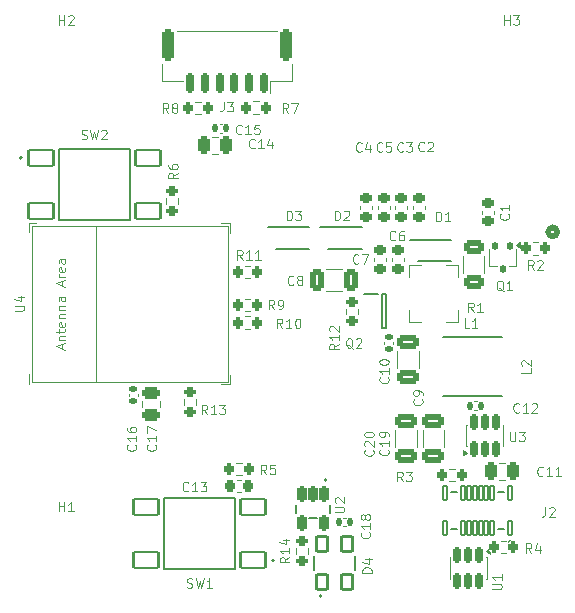
<source format=gto>
%TF.GenerationSoftware,KiCad,Pcbnew,9.0.6*%
%TF.CreationDate,2025-12-09T15:41:04+01:00*%
%TF.ProjectId,CO2Monitor,434f324d-6f6e-4697-946f-722e6b696361,rev?*%
%TF.SameCoordinates,PX83b1de0PY8351ad0*%
%TF.FileFunction,Legend,Top*%
%TF.FilePolarity,Positive*%
%FSLAX46Y46*%
G04 Gerber Fmt 4.6, Leading zero omitted, Abs format (unit mm)*
G04 Created by KiCad (PCBNEW 9.0.6) date 2025-12-09 15:41:04*
%MOMM*%
%LPD*%
G01*
G04 APERTURE LIST*
G04 Aperture macros list*
%AMRoundRect*
0 Rectangle with rounded corners*
0 $1 Rounding radius*
0 $2 $3 $4 $5 $6 $7 $8 $9 X,Y pos of 4 corners*
0 Add a 4 corners polygon primitive as box body*
4,1,4,$2,$3,$4,$5,$6,$7,$8,$9,$2,$3,0*
0 Add four circle primitives for the rounded corners*
1,1,$1+$1,$2,$3*
1,1,$1+$1,$4,$5*
1,1,$1+$1,$6,$7*
1,1,$1+$1,$8,$9*
0 Add four rect primitives between the rounded corners*
20,1,$1+$1,$2,$3,$4,$5,0*
20,1,$1+$1,$4,$5,$6,$7,0*
20,1,$1+$1,$6,$7,$8,$9,0*
20,1,$1+$1,$8,$9,$2,$3,0*%
%AMFreePoly0*
4,1,6,0.725000,-0.725000,-0.725000,-0.725000,-0.725000,0.125000,-0.125000,0.725000,0.725000,0.725000,0.725000,-0.725000,0.725000,-0.725000,$1*%
G04 Aperture macros list end*
%ADD10C,0.100000*%
%ADD11C,0.200000*%
%ADD12C,0.120000*%
%ADD13C,0.127000*%
%ADD14C,0.508000*%
%ADD15R,2.350000X4.050000*%
%ADD16C,5.500000*%
%ADD17O,1.804000X1.304000*%
%ADD18C,0.710000*%
%ADD19RoundRect,0.102000X0.150000X0.575000X-0.150000X0.575000X-0.150000X-0.575000X0.150000X-0.575000X0*%
%ADD20RoundRect,0.140000X-0.140000X-0.170000X0.140000X-0.170000X0.140000X0.170000X-0.140000X0.170000X0*%
%ADD21RoundRect,0.200000X0.275000X-0.200000X0.275000X0.200000X-0.275000X0.200000X-0.275000X-0.200000X0*%
%ADD22RoundRect,0.198500X-0.198500X0.508500X-0.198500X-0.508500X0.198500X-0.508500X0.198500X0.508500X0*%
%ADD23RoundRect,0.102000X0.450000X-0.650000X0.450000X0.650000X-0.450000X0.650000X-0.450000X-0.650000X0*%
%ADD24RoundRect,0.200000X-0.200000X-0.275000X0.200000X-0.275000X0.200000X0.275000X-0.200000X0.275000X0*%
%ADD25RoundRect,0.150000X0.150000X-0.512500X0.150000X0.512500X-0.150000X0.512500X-0.150000X-0.512500X0*%
%ADD26RoundRect,0.250000X-0.250000X-0.475000X0.250000X-0.475000X0.250000X0.475000X-0.250000X0.475000X0*%
%ADD27RoundRect,0.200000X0.200000X0.275000X-0.200000X0.275000X-0.200000X-0.275000X0.200000X-0.275000X0*%
%ADD28RoundRect,0.225000X-0.250000X0.225000X-0.250000X-0.225000X0.250000X-0.225000X0.250000X0.225000X0*%
%ADD29RoundRect,0.250000X0.250000X1.100000X-0.250000X1.100000X-0.250000X-1.100000X0.250000X-1.100000X0*%
%ADD30RoundRect,0.150000X0.150000X0.700000X-0.150000X0.700000X-0.150000X-0.700000X0.150000X-0.700000X0*%
%ADD31RoundRect,0.250000X-0.650000X0.325000X-0.650000X-0.325000X0.650000X-0.325000X0.650000X0.325000X0*%
%ADD32RoundRect,0.150000X-0.150000X0.512500X-0.150000X-0.512500X0.150000X-0.512500X0.150000X0.512500X0*%
%ADD33R,1.150000X0.600000*%
%ADD34RoundRect,0.225000X0.250000X-0.225000X0.250000X0.225000X-0.250000X0.225000X-0.250000X-0.225000X0*%
%ADD35R,1.000000X1.130000*%
%ADD36R,3.600000X1.500000*%
%ADD37RoundRect,0.200000X-0.275000X0.200000X-0.275000X-0.200000X0.275000X-0.200000X0.275000X0.200000X0*%
%ADD38RoundRect,0.250000X0.250000X0.475000X-0.250000X0.475000X-0.250000X-0.475000X0.250000X-0.475000X0*%
%ADD39RoundRect,0.250000X0.475000X-0.250000X0.475000X0.250000X-0.475000X0.250000X-0.475000X-0.250000X0*%
%ADD40RoundRect,0.140000X-0.170000X0.140000X-0.170000X-0.140000X0.170000X-0.140000X0.170000X0.140000X0*%
%ADD41RoundRect,0.102000X-1.050000X-0.700000X1.050000X-0.700000X1.050000X0.700000X-1.050000X0.700000X0*%
%ADD42RoundRect,0.250000X-0.325000X-0.650000X0.325000X-0.650000X0.325000X0.650000X-0.325000X0.650000X0*%
%ADD43RoundRect,0.102000X1.050000X0.700000X-1.050000X0.700000X-1.050000X-0.700000X1.050000X-0.700000X0*%
%ADD44RoundRect,0.225000X-0.225000X-0.250000X0.225000X-0.250000X0.225000X0.250000X-0.225000X0.250000X0*%
%ADD45RoundRect,0.140000X0.140000X0.170000X-0.140000X0.170000X-0.140000X-0.170000X0.140000X-0.170000X0*%
%ADD46RoundRect,0.250000X-0.625000X0.312500X-0.625000X-0.312500X0.625000X-0.312500X0.625000X0.312500X0*%
%ADD47R,0.700000X0.700000*%
%ADD48R,1.450000X1.450000*%
%ADD49FreePoly0,90.000000*%
%ADD50R,0.800000X0.400000*%
%ADD51R,0.400000X0.800000*%
%ADD52RoundRect,0.112500X0.112500X0.237500X-0.112500X0.237500X-0.112500X-0.237500X0.112500X-0.237500X0*%
G04 APERTURE END LIST*
D10*
X44321895Y20433667D02*
X44321895Y20052715D01*
X44321895Y20052715D02*
X43521895Y20052715D01*
X43598085Y20662238D02*
X43559990Y20700334D01*
X43559990Y20700334D02*
X43521895Y20776524D01*
X43521895Y20776524D02*
X43521895Y20967000D01*
X43521895Y20967000D02*
X43559990Y21043191D01*
X43559990Y21043191D02*
X43598085Y21081286D01*
X43598085Y21081286D02*
X43674276Y21119381D01*
X43674276Y21119381D02*
X43750466Y21119381D01*
X43750466Y21119381D02*
X43864752Y21081286D01*
X43864752Y21081286D02*
X44321895Y20624143D01*
X44321895Y20624143D02*
X44321895Y21119381D01*
X4365476Y8310105D02*
X4365476Y9110105D01*
X4365476Y8729153D02*
X4822619Y8729153D01*
X4822619Y8310105D02*
X4822619Y9110105D01*
X5622618Y8310105D02*
X5165475Y8310105D01*
X5394047Y8310105D02*
X5394047Y9110105D01*
X5394047Y9110105D02*
X5317856Y8995820D01*
X5317856Y8995820D02*
X5241666Y8919629D01*
X5241666Y8919629D02*
X5165475Y8881534D01*
X42078476Y49520105D02*
X42078476Y50320105D01*
X42078476Y49939153D02*
X42535619Y49939153D01*
X42535619Y49520105D02*
X42535619Y50320105D01*
X42840380Y50320105D02*
X43335618Y50320105D01*
X43335618Y50320105D02*
X43068952Y50015343D01*
X43068952Y50015343D02*
X43183237Y50015343D01*
X43183237Y50015343D02*
X43259428Y49977248D01*
X43259428Y49977248D02*
X43297523Y49939153D01*
X43297523Y49939153D02*
X43335618Y49862962D01*
X43335618Y49862962D02*
X43335618Y49672486D01*
X43335618Y49672486D02*
X43297523Y49596296D01*
X43297523Y49596296D02*
X43259428Y49558200D01*
X43259428Y49558200D02*
X43183237Y49520105D01*
X43183237Y49520105D02*
X42954666Y49520105D01*
X42954666Y49520105D02*
X42878475Y49558200D01*
X42878475Y49558200D02*
X42840380Y49596296D01*
X4365476Y49520105D02*
X4365476Y50320105D01*
X4365476Y49939153D02*
X4822619Y49939153D01*
X4822619Y49520105D02*
X4822619Y50320105D01*
X5165475Y50243915D02*
X5203571Y50282010D01*
X5203571Y50282010D02*
X5279761Y50320105D01*
X5279761Y50320105D02*
X5470237Y50320105D01*
X5470237Y50320105D02*
X5546428Y50282010D01*
X5546428Y50282010D02*
X5584523Y50243915D01*
X5584523Y50243915D02*
X5622618Y50167724D01*
X5622618Y50167724D02*
X5622618Y50091534D01*
X5622618Y50091534D02*
X5584523Y49977248D01*
X5584523Y49977248D02*
X5127380Y49520105D01*
X5127380Y49520105D02*
X5622618Y49520105D01*
X45531333Y8653105D02*
X45531333Y8081677D01*
X45531333Y8081677D02*
X45493238Y7967391D01*
X45493238Y7967391D02*
X45417047Y7891200D01*
X45417047Y7891200D02*
X45302762Y7853105D01*
X45302762Y7853105D02*
X45226571Y7853105D01*
X45874190Y8576915D02*
X45912286Y8615010D01*
X45912286Y8615010D02*
X45988476Y8653105D01*
X45988476Y8653105D02*
X46178952Y8653105D01*
X46178952Y8653105D02*
X46255143Y8615010D01*
X46255143Y8615010D02*
X46293238Y8576915D01*
X46293238Y8576915D02*
X46331333Y8500724D01*
X46331333Y8500724D02*
X46331333Y8424534D01*
X46331333Y8424534D02*
X46293238Y8310248D01*
X46293238Y8310248D02*
X45836095Y7853105D01*
X45836095Y7853105D02*
X46331333Y7853105D01*
X30656704Y6533715D02*
X30694800Y6495619D01*
X30694800Y6495619D02*
X30732895Y6381334D01*
X30732895Y6381334D02*
X30732895Y6305143D01*
X30732895Y6305143D02*
X30694800Y6190857D01*
X30694800Y6190857D02*
X30618609Y6114667D01*
X30618609Y6114667D02*
X30542419Y6076572D01*
X30542419Y6076572D02*
X30390038Y6038476D01*
X30390038Y6038476D02*
X30275752Y6038476D01*
X30275752Y6038476D02*
X30123371Y6076572D01*
X30123371Y6076572D02*
X30047180Y6114667D01*
X30047180Y6114667D02*
X29970990Y6190857D01*
X29970990Y6190857D02*
X29932895Y6305143D01*
X29932895Y6305143D02*
X29932895Y6381334D01*
X29932895Y6381334D02*
X29970990Y6495619D01*
X29970990Y6495619D02*
X30009085Y6533715D01*
X30732895Y7295619D02*
X30732895Y6838476D01*
X30732895Y7067048D02*
X29932895Y7067048D01*
X29932895Y7067048D02*
X30047180Y6990857D01*
X30047180Y6990857D02*
X30123371Y6914667D01*
X30123371Y6914667D02*
X30161466Y6838476D01*
X30275752Y7752762D02*
X30237657Y7676572D01*
X30237657Y7676572D02*
X30199561Y7638477D01*
X30199561Y7638477D02*
X30123371Y7600381D01*
X30123371Y7600381D02*
X30085276Y7600381D01*
X30085276Y7600381D02*
X30009085Y7638477D01*
X30009085Y7638477D02*
X29970990Y7676572D01*
X29970990Y7676572D02*
X29932895Y7752762D01*
X29932895Y7752762D02*
X29932895Y7905143D01*
X29932895Y7905143D02*
X29970990Y7981334D01*
X29970990Y7981334D02*
X30009085Y8019429D01*
X30009085Y8019429D02*
X30085276Y8057524D01*
X30085276Y8057524D02*
X30123371Y8057524D01*
X30123371Y8057524D02*
X30199561Y8019429D01*
X30199561Y8019429D02*
X30237657Y7981334D01*
X30237657Y7981334D02*
X30275752Y7905143D01*
X30275752Y7905143D02*
X30275752Y7752762D01*
X30275752Y7752762D02*
X30313847Y7676572D01*
X30313847Y7676572D02*
X30351942Y7638477D01*
X30351942Y7638477D02*
X30428133Y7600381D01*
X30428133Y7600381D02*
X30580514Y7600381D01*
X30580514Y7600381D02*
X30656704Y7638477D01*
X30656704Y7638477D02*
X30694800Y7676572D01*
X30694800Y7676572D02*
X30732895Y7752762D01*
X30732895Y7752762D02*
X30732895Y7905143D01*
X30732895Y7905143D02*
X30694800Y7981334D01*
X30694800Y7981334D02*
X30656704Y8019429D01*
X30656704Y8019429D02*
X30580514Y8057524D01*
X30580514Y8057524D02*
X30428133Y8057524D01*
X30428133Y8057524D02*
X30351942Y8019429D01*
X30351942Y8019429D02*
X30313847Y7981334D01*
X30313847Y7981334D02*
X30275752Y7905143D01*
X23872895Y4448715D02*
X23491942Y4182048D01*
X23872895Y3991572D02*
X23072895Y3991572D01*
X23072895Y3991572D02*
X23072895Y4296334D01*
X23072895Y4296334D02*
X23110990Y4372524D01*
X23110990Y4372524D02*
X23149085Y4410619D01*
X23149085Y4410619D02*
X23225276Y4448715D01*
X23225276Y4448715D02*
X23339561Y4448715D01*
X23339561Y4448715D02*
X23415752Y4410619D01*
X23415752Y4410619D02*
X23453847Y4372524D01*
X23453847Y4372524D02*
X23491942Y4296334D01*
X23491942Y4296334D02*
X23491942Y3991572D01*
X23872895Y5210619D02*
X23872895Y4753476D01*
X23872895Y4982048D02*
X23072895Y4982048D01*
X23072895Y4982048D02*
X23187180Y4905857D01*
X23187180Y4905857D02*
X23263371Y4829667D01*
X23263371Y4829667D02*
X23301466Y4753476D01*
X23339561Y5896334D02*
X23872895Y5896334D01*
X23034800Y5705858D02*
X23606228Y5515381D01*
X23606228Y5515381D02*
X23606228Y6010620D01*
X27722895Y8258477D02*
X28370514Y8258477D01*
X28370514Y8258477D02*
X28446704Y8296572D01*
X28446704Y8296572D02*
X28484800Y8334667D01*
X28484800Y8334667D02*
X28522895Y8410858D01*
X28522895Y8410858D02*
X28522895Y8563239D01*
X28522895Y8563239D02*
X28484800Y8639429D01*
X28484800Y8639429D02*
X28446704Y8677524D01*
X28446704Y8677524D02*
X28370514Y8715620D01*
X28370514Y8715620D02*
X27722895Y8715620D01*
X27799085Y9058476D02*
X27760990Y9096572D01*
X27760990Y9096572D02*
X27722895Y9172762D01*
X27722895Y9172762D02*
X27722895Y9363238D01*
X27722895Y9363238D02*
X27760990Y9439429D01*
X27760990Y9439429D02*
X27799085Y9477524D01*
X27799085Y9477524D02*
X27875276Y9515619D01*
X27875276Y9515619D02*
X27951466Y9515619D01*
X27951466Y9515619D02*
X28065752Y9477524D01*
X28065752Y9477524D02*
X28522895Y9020381D01*
X28522895Y9020381D02*
X28522895Y9515619D01*
X30842895Y3107525D02*
X30042895Y3107525D01*
X30042895Y3107525D02*
X30042895Y3298001D01*
X30042895Y3298001D02*
X30080990Y3412287D01*
X30080990Y3412287D02*
X30157180Y3488477D01*
X30157180Y3488477D02*
X30233371Y3526572D01*
X30233371Y3526572D02*
X30385752Y3564668D01*
X30385752Y3564668D02*
X30500038Y3564668D01*
X30500038Y3564668D02*
X30652419Y3526572D01*
X30652419Y3526572D02*
X30728609Y3488477D01*
X30728609Y3488477D02*
X30804800Y3412287D01*
X30804800Y3412287D02*
X30842895Y3298001D01*
X30842895Y3298001D02*
X30842895Y3107525D01*
X30309561Y4250382D02*
X30842895Y4250382D01*
X30004800Y4059906D02*
X30576228Y3869429D01*
X30576228Y3869429D02*
X30576228Y4364668D01*
X19913714Y29633105D02*
X19647047Y30014058D01*
X19456571Y29633105D02*
X19456571Y30433105D01*
X19456571Y30433105D02*
X19761333Y30433105D01*
X19761333Y30433105D02*
X19837523Y30395010D01*
X19837523Y30395010D02*
X19875618Y30356915D01*
X19875618Y30356915D02*
X19913714Y30280724D01*
X19913714Y30280724D02*
X19913714Y30166439D01*
X19913714Y30166439D02*
X19875618Y30090248D01*
X19875618Y30090248D02*
X19837523Y30052153D01*
X19837523Y30052153D02*
X19761333Y30014058D01*
X19761333Y30014058D02*
X19456571Y30014058D01*
X20675618Y29633105D02*
X20218475Y29633105D01*
X20447047Y29633105D02*
X20447047Y30433105D01*
X20447047Y30433105D02*
X20370856Y30318820D01*
X20370856Y30318820D02*
X20294666Y30242629D01*
X20294666Y30242629D02*
X20218475Y30204534D01*
X21437523Y29633105D02*
X20980380Y29633105D01*
X21208952Y29633105D02*
X21208952Y30433105D01*
X21208952Y30433105D02*
X21132761Y30318820D01*
X21132761Y30318820D02*
X21056571Y30242629D01*
X21056571Y30242629D02*
X20980380Y30204534D01*
X13634667Y42053105D02*
X13368000Y42434058D01*
X13177524Y42053105D02*
X13177524Y42853105D01*
X13177524Y42853105D02*
X13482286Y42853105D01*
X13482286Y42853105D02*
X13558476Y42815010D01*
X13558476Y42815010D02*
X13596571Y42776915D01*
X13596571Y42776915D02*
X13634667Y42700724D01*
X13634667Y42700724D02*
X13634667Y42586439D01*
X13634667Y42586439D02*
X13596571Y42510248D01*
X13596571Y42510248D02*
X13558476Y42472153D01*
X13558476Y42472153D02*
X13482286Y42434058D01*
X13482286Y42434058D02*
X13177524Y42434058D01*
X14091809Y42510248D02*
X14015619Y42548343D01*
X14015619Y42548343D02*
X13977524Y42586439D01*
X13977524Y42586439D02*
X13939428Y42662629D01*
X13939428Y42662629D02*
X13939428Y42700724D01*
X13939428Y42700724D02*
X13977524Y42776915D01*
X13977524Y42776915D02*
X14015619Y42815010D01*
X14015619Y42815010D02*
X14091809Y42853105D01*
X14091809Y42853105D02*
X14244190Y42853105D01*
X14244190Y42853105D02*
X14320381Y42815010D01*
X14320381Y42815010D02*
X14358476Y42776915D01*
X14358476Y42776915D02*
X14396571Y42700724D01*
X14396571Y42700724D02*
X14396571Y42662629D01*
X14396571Y42662629D02*
X14358476Y42586439D01*
X14358476Y42586439D02*
X14320381Y42548343D01*
X14320381Y42548343D02*
X14244190Y42510248D01*
X14244190Y42510248D02*
X14091809Y42510248D01*
X14091809Y42510248D02*
X14015619Y42472153D01*
X14015619Y42472153D02*
X13977524Y42434058D01*
X13977524Y42434058D02*
X13939428Y42357867D01*
X13939428Y42357867D02*
X13939428Y42205486D01*
X13939428Y42205486D02*
X13977524Y42129296D01*
X13977524Y42129296D02*
X14015619Y42091200D01*
X14015619Y42091200D02*
X14091809Y42053105D01*
X14091809Y42053105D02*
X14244190Y42053105D01*
X14244190Y42053105D02*
X14320381Y42091200D01*
X14320381Y42091200D02*
X14358476Y42129296D01*
X14358476Y42129296D02*
X14396571Y42205486D01*
X14396571Y42205486D02*
X14396571Y42357867D01*
X14396571Y42357867D02*
X14358476Y42434058D01*
X14358476Y42434058D02*
X14320381Y42472153D01*
X14320381Y42472153D02*
X14244190Y42510248D01*
X42558476Y15063105D02*
X42558476Y14415486D01*
X42558476Y14415486D02*
X42596571Y14339296D01*
X42596571Y14339296D02*
X42634666Y14301200D01*
X42634666Y14301200D02*
X42710857Y14263105D01*
X42710857Y14263105D02*
X42863238Y14263105D01*
X42863238Y14263105D02*
X42939428Y14301200D01*
X42939428Y14301200D02*
X42977523Y14339296D01*
X42977523Y14339296D02*
X43015619Y14415486D01*
X43015619Y14415486D02*
X43015619Y15063105D01*
X43320380Y15063105D02*
X43815618Y15063105D01*
X43815618Y15063105D02*
X43548952Y14758343D01*
X43548952Y14758343D02*
X43663237Y14758343D01*
X43663237Y14758343D02*
X43739428Y14720248D01*
X43739428Y14720248D02*
X43777523Y14682153D01*
X43777523Y14682153D02*
X43815618Y14605962D01*
X43815618Y14605962D02*
X43815618Y14415486D01*
X43815618Y14415486D02*
X43777523Y14339296D01*
X43777523Y14339296D02*
X43739428Y14301200D01*
X43739428Y14301200D02*
X43663237Y14263105D01*
X43663237Y14263105D02*
X43434666Y14263105D01*
X43434666Y14263105D02*
X43358475Y14301200D01*
X43358475Y14301200D02*
X43320380Y14339296D01*
X45343714Y11389296D02*
X45305618Y11351200D01*
X45305618Y11351200D02*
X45191333Y11313105D01*
X45191333Y11313105D02*
X45115142Y11313105D01*
X45115142Y11313105D02*
X45000856Y11351200D01*
X45000856Y11351200D02*
X44924666Y11427391D01*
X44924666Y11427391D02*
X44886571Y11503581D01*
X44886571Y11503581D02*
X44848475Y11655962D01*
X44848475Y11655962D02*
X44848475Y11770248D01*
X44848475Y11770248D02*
X44886571Y11922629D01*
X44886571Y11922629D02*
X44924666Y11998820D01*
X44924666Y11998820D02*
X45000856Y12075010D01*
X45000856Y12075010D02*
X45115142Y12113105D01*
X45115142Y12113105D02*
X45191333Y12113105D01*
X45191333Y12113105D02*
X45305618Y12075010D01*
X45305618Y12075010D02*
X45343714Y12036915D01*
X46105618Y11313105D02*
X45648475Y11313105D01*
X45877047Y11313105D02*
X45877047Y12113105D01*
X45877047Y12113105D02*
X45800856Y11998820D01*
X45800856Y11998820D02*
X45724666Y11922629D01*
X45724666Y11922629D02*
X45648475Y11884534D01*
X46867523Y11313105D02*
X46410380Y11313105D01*
X46638952Y11313105D02*
X46638952Y12113105D01*
X46638952Y12113105D02*
X46562761Y11998820D01*
X46562761Y11998820D02*
X46486571Y11922629D01*
X46486571Y11922629D02*
X46410380Y11884534D01*
X43346714Y16758296D02*
X43308618Y16720200D01*
X43308618Y16720200D02*
X43194333Y16682105D01*
X43194333Y16682105D02*
X43118142Y16682105D01*
X43118142Y16682105D02*
X43003856Y16720200D01*
X43003856Y16720200D02*
X42927666Y16796391D01*
X42927666Y16796391D02*
X42889571Y16872581D01*
X42889571Y16872581D02*
X42851475Y17024962D01*
X42851475Y17024962D02*
X42851475Y17139248D01*
X42851475Y17139248D02*
X42889571Y17291629D01*
X42889571Y17291629D02*
X42927666Y17367820D01*
X42927666Y17367820D02*
X43003856Y17444010D01*
X43003856Y17444010D02*
X43118142Y17482105D01*
X43118142Y17482105D02*
X43194333Y17482105D01*
X43194333Y17482105D02*
X43308618Y17444010D01*
X43308618Y17444010D02*
X43346714Y17405915D01*
X44108618Y16682105D02*
X43651475Y16682105D01*
X43880047Y16682105D02*
X43880047Y17482105D01*
X43880047Y17482105D02*
X43803856Y17367820D01*
X43803856Y17367820D02*
X43727666Y17291629D01*
X43727666Y17291629D02*
X43651475Y17253534D01*
X44413380Y17405915D02*
X44451476Y17444010D01*
X44451476Y17444010D02*
X44527666Y17482105D01*
X44527666Y17482105D02*
X44718142Y17482105D01*
X44718142Y17482105D02*
X44794333Y17444010D01*
X44794333Y17444010D02*
X44832428Y17405915D01*
X44832428Y17405915D02*
X44870523Y17329724D01*
X44870523Y17329724D02*
X44870523Y17253534D01*
X44870523Y17253534D02*
X44832428Y17139248D01*
X44832428Y17139248D02*
X44375285Y16682105D01*
X44375285Y16682105D02*
X44870523Y16682105D01*
X22584667Y25423105D02*
X22318000Y25804058D01*
X22127524Y25423105D02*
X22127524Y26223105D01*
X22127524Y26223105D02*
X22432286Y26223105D01*
X22432286Y26223105D02*
X22508476Y26185010D01*
X22508476Y26185010D02*
X22546571Y26146915D01*
X22546571Y26146915D02*
X22584667Y26070724D01*
X22584667Y26070724D02*
X22584667Y25956439D01*
X22584667Y25956439D02*
X22546571Y25880248D01*
X22546571Y25880248D02*
X22508476Y25842153D01*
X22508476Y25842153D02*
X22432286Y25804058D01*
X22432286Y25804058D02*
X22127524Y25804058D01*
X22965619Y25423105D02*
X23118000Y25423105D01*
X23118000Y25423105D02*
X23194190Y25461200D01*
X23194190Y25461200D02*
X23232286Y25499296D01*
X23232286Y25499296D02*
X23308476Y25613581D01*
X23308476Y25613581D02*
X23346571Y25765962D01*
X23346571Y25765962D02*
X23346571Y26070724D01*
X23346571Y26070724D02*
X23308476Y26146915D01*
X23308476Y26146915D02*
X23270381Y26185010D01*
X23270381Y26185010D02*
X23194190Y26223105D01*
X23194190Y26223105D02*
X23041809Y26223105D01*
X23041809Y26223105D02*
X22965619Y26185010D01*
X22965619Y26185010D02*
X22927524Y26146915D01*
X22927524Y26146915D02*
X22889428Y26070724D01*
X22889428Y26070724D02*
X22889428Y25880248D01*
X22889428Y25880248D02*
X22927524Y25804058D01*
X22927524Y25804058D02*
X22965619Y25765962D01*
X22965619Y25765962D02*
X23041809Y25727867D01*
X23041809Y25727867D02*
X23194190Y25727867D01*
X23194190Y25727867D02*
X23270381Y25765962D01*
X23270381Y25765962D02*
X23308476Y25804058D01*
X23308476Y25804058D02*
X23346571Y25880248D01*
X42401704Y33502168D02*
X42439800Y33464072D01*
X42439800Y33464072D02*
X42477895Y33349787D01*
X42477895Y33349787D02*
X42477895Y33273596D01*
X42477895Y33273596D02*
X42439800Y33159310D01*
X42439800Y33159310D02*
X42363609Y33083120D01*
X42363609Y33083120D02*
X42287419Y33045025D01*
X42287419Y33045025D02*
X42135038Y33006929D01*
X42135038Y33006929D02*
X42020752Y33006929D01*
X42020752Y33006929D02*
X41868371Y33045025D01*
X41868371Y33045025D02*
X41792180Y33083120D01*
X41792180Y33083120D02*
X41715990Y33159310D01*
X41715990Y33159310D02*
X41677895Y33273596D01*
X41677895Y33273596D02*
X41677895Y33349787D01*
X41677895Y33349787D02*
X41715990Y33464072D01*
X41715990Y33464072D02*
X41754085Y33502168D01*
X42477895Y34264072D02*
X42477895Y33806929D01*
X42477895Y34035501D02*
X41677895Y34035501D01*
X41677895Y34035501D02*
X41792180Y33959310D01*
X41792180Y33959310D02*
X41868371Y33883120D01*
X41868371Y33883120D02*
X41906466Y33806929D01*
X33511334Y38836796D02*
X33473238Y38798700D01*
X33473238Y38798700D02*
X33358953Y38760605D01*
X33358953Y38760605D02*
X33282762Y38760605D01*
X33282762Y38760605D02*
X33168476Y38798700D01*
X33168476Y38798700D02*
X33092286Y38874891D01*
X33092286Y38874891D02*
X33054191Y38951081D01*
X33054191Y38951081D02*
X33016095Y39103462D01*
X33016095Y39103462D02*
X33016095Y39217748D01*
X33016095Y39217748D02*
X33054191Y39370129D01*
X33054191Y39370129D02*
X33092286Y39446320D01*
X33092286Y39446320D02*
X33168476Y39522510D01*
X33168476Y39522510D02*
X33282762Y39560605D01*
X33282762Y39560605D02*
X33358953Y39560605D01*
X33358953Y39560605D02*
X33473238Y39522510D01*
X33473238Y39522510D02*
X33511334Y39484415D01*
X33778000Y39560605D02*
X34273238Y39560605D01*
X34273238Y39560605D02*
X34006572Y39255843D01*
X34006572Y39255843D02*
X34120857Y39255843D01*
X34120857Y39255843D02*
X34197048Y39217748D01*
X34197048Y39217748D02*
X34235143Y39179653D01*
X34235143Y39179653D02*
X34273238Y39103462D01*
X34273238Y39103462D02*
X34273238Y38912986D01*
X34273238Y38912986D02*
X34235143Y38836796D01*
X34235143Y38836796D02*
X34197048Y38798700D01*
X34197048Y38798700D02*
X34120857Y38760605D01*
X34120857Y38760605D02*
X33892286Y38760605D01*
X33892286Y38760605D02*
X33816095Y38798700D01*
X33816095Y38798700D02*
X33778000Y38836796D01*
X35274667Y38869296D02*
X35236571Y38831200D01*
X35236571Y38831200D02*
X35122286Y38793105D01*
X35122286Y38793105D02*
X35046095Y38793105D01*
X35046095Y38793105D02*
X34931809Y38831200D01*
X34931809Y38831200D02*
X34855619Y38907391D01*
X34855619Y38907391D02*
X34817524Y38983581D01*
X34817524Y38983581D02*
X34779428Y39135962D01*
X34779428Y39135962D02*
X34779428Y39250248D01*
X34779428Y39250248D02*
X34817524Y39402629D01*
X34817524Y39402629D02*
X34855619Y39478820D01*
X34855619Y39478820D02*
X34931809Y39555010D01*
X34931809Y39555010D02*
X35046095Y39593105D01*
X35046095Y39593105D02*
X35122286Y39593105D01*
X35122286Y39593105D02*
X35236571Y39555010D01*
X35236571Y39555010D02*
X35274667Y39516915D01*
X35579428Y39516915D02*
X35617524Y39555010D01*
X35617524Y39555010D02*
X35693714Y39593105D01*
X35693714Y39593105D02*
X35884190Y39593105D01*
X35884190Y39593105D02*
X35960381Y39555010D01*
X35960381Y39555010D02*
X35998476Y39516915D01*
X35998476Y39516915D02*
X36036571Y39440724D01*
X36036571Y39440724D02*
X36036571Y39364534D01*
X36036571Y39364534D02*
X35998476Y39250248D01*
X35998476Y39250248D02*
X35541333Y38793105D01*
X35541333Y38793105D02*
X36036571Y38793105D01*
X29984667Y38836796D02*
X29946571Y38798700D01*
X29946571Y38798700D02*
X29832286Y38760605D01*
X29832286Y38760605D02*
X29756095Y38760605D01*
X29756095Y38760605D02*
X29641809Y38798700D01*
X29641809Y38798700D02*
X29565619Y38874891D01*
X29565619Y38874891D02*
X29527524Y38951081D01*
X29527524Y38951081D02*
X29489428Y39103462D01*
X29489428Y39103462D02*
X29489428Y39217748D01*
X29489428Y39217748D02*
X29527524Y39370129D01*
X29527524Y39370129D02*
X29565619Y39446320D01*
X29565619Y39446320D02*
X29641809Y39522510D01*
X29641809Y39522510D02*
X29756095Y39560605D01*
X29756095Y39560605D02*
X29832286Y39560605D01*
X29832286Y39560605D02*
X29946571Y39522510D01*
X29946571Y39522510D02*
X29984667Y39484415D01*
X30670381Y39293939D02*
X30670381Y38760605D01*
X30479905Y39598700D02*
X30289428Y39027272D01*
X30289428Y39027272D02*
X30784667Y39027272D01*
X18321333Y42973105D02*
X18321333Y42401677D01*
X18321333Y42401677D02*
X18283238Y42287391D01*
X18283238Y42287391D02*
X18207047Y42211200D01*
X18207047Y42211200D02*
X18092762Y42173105D01*
X18092762Y42173105D02*
X18016571Y42173105D01*
X18626095Y42973105D02*
X19121333Y42973105D01*
X19121333Y42973105D02*
X18854667Y42668343D01*
X18854667Y42668343D02*
X18968952Y42668343D01*
X18968952Y42668343D02*
X19045143Y42630248D01*
X19045143Y42630248D02*
X19083238Y42592153D01*
X19083238Y42592153D02*
X19121333Y42515962D01*
X19121333Y42515962D02*
X19121333Y42325486D01*
X19121333Y42325486D02*
X19083238Y42249296D01*
X19083238Y42249296D02*
X19045143Y42211200D01*
X19045143Y42211200D02*
X18968952Y42173105D01*
X18968952Y42173105D02*
X18740381Y42173105D01*
X18740381Y42173105D02*
X18664190Y42211200D01*
X18664190Y42211200D02*
X18626095Y42249296D01*
X30946704Y13523715D02*
X30984800Y13485619D01*
X30984800Y13485619D02*
X31022895Y13371334D01*
X31022895Y13371334D02*
X31022895Y13295143D01*
X31022895Y13295143D02*
X30984800Y13180857D01*
X30984800Y13180857D02*
X30908609Y13104667D01*
X30908609Y13104667D02*
X30832419Y13066572D01*
X30832419Y13066572D02*
X30680038Y13028476D01*
X30680038Y13028476D02*
X30565752Y13028476D01*
X30565752Y13028476D02*
X30413371Y13066572D01*
X30413371Y13066572D02*
X30337180Y13104667D01*
X30337180Y13104667D02*
X30260990Y13180857D01*
X30260990Y13180857D02*
X30222895Y13295143D01*
X30222895Y13295143D02*
X30222895Y13371334D01*
X30222895Y13371334D02*
X30260990Y13485619D01*
X30260990Y13485619D02*
X30299085Y13523715D01*
X30299085Y13828476D02*
X30260990Y13866572D01*
X30260990Y13866572D02*
X30222895Y13942762D01*
X30222895Y13942762D02*
X30222895Y14133238D01*
X30222895Y14133238D02*
X30260990Y14209429D01*
X30260990Y14209429D02*
X30299085Y14247524D01*
X30299085Y14247524D02*
X30375276Y14285619D01*
X30375276Y14285619D02*
X30451466Y14285619D01*
X30451466Y14285619D02*
X30565752Y14247524D01*
X30565752Y14247524D02*
X31022895Y13790381D01*
X31022895Y13790381D02*
X31022895Y14285619D01*
X30222895Y14780858D02*
X30222895Y14857048D01*
X30222895Y14857048D02*
X30260990Y14933239D01*
X30260990Y14933239D02*
X30299085Y14971334D01*
X30299085Y14971334D02*
X30375276Y15009429D01*
X30375276Y15009429D02*
X30527657Y15047524D01*
X30527657Y15047524D02*
X30718133Y15047524D01*
X30718133Y15047524D02*
X30870514Y15009429D01*
X30870514Y15009429D02*
X30946704Y14971334D01*
X30946704Y14971334D02*
X30984800Y14933239D01*
X30984800Y14933239D02*
X31022895Y14857048D01*
X31022895Y14857048D02*
X31022895Y14780858D01*
X31022895Y14780858D02*
X30984800Y14704667D01*
X30984800Y14704667D02*
X30946704Y14666572D01*
X30946704Y14666572D02*
X30870514Y14628477D01*
X30870514Y14628477D02*
X30718133Y14590381D01*
X30718133Y14590381D02*
X30527657Y14590381D01*
X30527657Y14590381D02*
X30375276Y14628477D01*
X30375276Y14628477D02*
X30299085Y14666572D01*
X30299085Y14666572D02*
X30260990Y14704667D01*
X30260990Y14704667D02*
X30222895Y14780858D01*
X32226704Y13553715D02*
X32264800Y13515619D01*
X32264800Y13515619D02*
X32302895Y13401334D01*
X32302895Y13401334D02*
X32302895Y13325143D01*
X32302895Y13325143D02*
X32264800Y13210857D01*
X32264800Y13210857D02*
X32188609Y13134667D01*
X32188609Y13134667D02*
X32112419Y13096572D01*
X32112419Y13096572D02*
X31960038Y13058476D01*
X31960038Y13058476D02*
X31845752Y13058476D01*
X31845752Y13058476D02*
X31693371Y13096572D01*
X31693371Y13096572D02*
X31617180Y13134667D01*
X31617180Y13134667D02*
X31540990Y13210857D01*
X31540990Y13210857D02*
X31502895Y13325143D01*
X31502895Y13325143D02*
X31502895Y13401334D01*
X31502895Y13401334D02*
X31540990Y13515619D01*
X31540990Y13515619D02*
X31579085Y13553715D01*
X32302895Y14315619D02*
X32302895Y13858476D01*
X32302895Y14087048D02*
X31502895Y14087048D01*
X31502895Y14087048D02*
X31617180Y14010857D01*
X31617180Y14010857D02*
X31693371Y13934667D01*
X31693371Y13934667D02*
X31731466Y13858476D01*
X32302895Y14696572D02*
X32302895Y14848953D01*
X32302895Y14848953D02*
X32264800Y14925143D01*
X32264800Y14925143D02*
X32226704Y14963239D01*
X32226704Y14963239D02*
X32112419Y15039429D01*
X32112419Y15039429D02*
X31960038Y15077524D01*
X31960038Y15077524D02*
X31655276Y15077524D01*
X31655276Y15077524D02*
X31579085Y15039429D01*
X31579085Y15039429D02*
X31540990Y15001334D01*
X31540990Y15001334D02*
X31502895Y14925143D01*
X31502895Y14925143D02*
X31502895Y14772762D01*
X31502895Y14772762D02*
X31540990Y14696572D01*
X31540990Y14696572D02*
X31579085Y14658477D01*
X31579085Y14658477D02*
X31655276Y14620381D01*
X31655276Y14620381D02*
X31845752Y14620381D01*
X31845752Y14620381D02*
X31921942Y14658477D01*
X31921942Y14658477D02*
X31960038Y14696572D01*
X31960038Y14696572D02*
X31998133Y14772762D01*
X31998133Y14772762D02*
X31998133Y14925143D01*
X31998133Y14925143D02*
X31960038Y15001334D01*
X31960038Y15001334D02*
X31921942Y15039429D01*
X31921942Y15039429D02*
X31845752Y15077524D01*
X41042895Y1728477D02*
X41690514Y1728477D01*
X41690514Y1728477D02*
X41766704Y1766572D01*
X41766704Y1766572D02*
X41804800Y1804667D01*
X41804800Y1804667D02*
X41842895Y1880858D01*
X41842895Y1880858D02*
X41842895Y2033239D01*
X41842895Y2033239D02*
X41804800Y2109429D01*
X41804800Y2109429D02*
X41766704Y2147524D01*
X41766704Y2147524D02*
X41690514Y2185620D01*
X41690514Y2185620D02*
X41042895Y2185620D01*
X41842895Y2985619D02*
X41842895Y2528476D01*
X41842895Y2757048D02*
X41042895Y2757048D01*
X41042895Y2757048D02*
X41157180Y2680857D01*
X41157180Y2680857D02*
X41233371Y2604667D01*
X41233371Y2604667D02*
X41271466Y2528476D01*
X44374668Y4810604D02*
X44108001Y5191557D01*
X43917525Y4810604D02*
X43917525Y5610604D01*
X43917525Y5610604D02*
X44222287Y5610604D01*
X44222287Y5610604D02*
X44298477Y5572509D01*
X44298477Y5572509D02*
X44336572Y5534414D01*
X44336572Y5534414D02*
X44374668Y5458223D01*
X44374668Y5458223D02*
X44374668Y5343938D01*
X44374668Y5343938D02*
X44336572Y5267747D01*
X44336572Y5267747D02*
X44298477Y5229652D01*
X44298477Y5229652D02*
X44222287Y5191557D01*
X44222287Y5191557D02*
X43917525Y5191557D01*
X45060382Y5343938D02*
X45060382Y4810604D01*
X44869906Y5648699D02*
X44679429Y5077271D01*
X44679429Y5077271D02*
X45174668Y5077271D01*
X33484667Y10883105D02*
X33218000Y11264058D01*
X33027524Y10883105D02*
X33027524Y11683105D01*
X33027524Y11683105D02*
X33332286Y11683105D01*
X33332286Y11683105D02*
X33408476Y11645010D01*
X33408476Y11645010D02*
X33446571Y11606915D01*
X33446571Y11606915D02*
X33484667Y11530724D01*
X33484667Y11530724D02*
X33484667Y11416439D01*
X33484667Y11416439D02*
X33446571Y11340248D01*
X33446571Y11340248D02*
X33408476Y11302153D01*
X33408476Y11302153D02*
X33332286Y11264058D01*
X33332286Y11264058D02*
X33027524Y11264058D01*
X33751333Y11683105D02*
X34246571Y11683105D01*
X34246571Y11683105D02*
X33979905Y11378343D01*
X33979905Y11378343D02*
X34094190Y11378343D01*
X34094190Y11378343D02*
X34170381Y11340248D01*
X34170381Y11340248D02*
X34208476Y11302153D01*
X34208476Y11302153D02*
X34246571Y11225962D01*
X34246571Y11225962D02*
X34246571Y11035486D01*
X34246571Y11035486D02*
X34208476Y10959296D01*
X34208476Y10959296D02*
X34170381Y10921200D01*
X34170381Y10921200D02*
X34094190Y10883105D01*
X34094190Y10883105D02*
X33865619Y10883105D01*
X33865619Y10883105D02*
X33789428Y10921200D01*
X33789428Y10921200D02*
X33751333Y10959296D01*
X31748000Y38836796D02*
X31709904Y38798700D01*
X31709904Y38798700D02*
X31595619Y38760605D01*
X31595619Y38760605D02*
X31519428Y38760605D01*
X31519428Y38760605D02*
X31405142Y38798700D01*
X31405142Y38798700D02*
X31328952Y38874891D01*
X31328952Y38874891D02*
X31290857Y38951081D01*
X31290857Y38951081D02*
X31252761Y39103462D01*
X31252761Y39103462D02*
X31252761Y39217748D01*
X31252761Y39217748D02*
X31290857Y39370129D01*
X31290857Y39370129D02*
X31328952Y39446320D01*
X31328952Y39446320D02*
X31405142Y39522510D01*
X31405142Y39522510D02*
X31519428Y39560605D01*
X31519428Y39560605D02*
X31595619Y39560605D01*
X31595619Y39560605D02*
X31709904Y39522510D01*
X31709904Y39522510D02*
X31748000Y39484415D01*
X32471809Y39560605D02*
X32090857Y39560605D01*
X32090857Y39560605D02*
X32052761Y39179653D01*
X32052761Y39179653D02*
X32090857Y39217748D01*
X32090857Y39217748D02*
X32167047Y39255843D01*
X32167047Y39255843D02*
X32357523Y39255843D01*
X32357523Y39255843D02*
X32433714Y39217748D01*
X32433714Y39217748D02*
X32471809Y39179653D01*
X32471809Y39179653D02*
X32509904Y39103462D01*
X32509904Y39103462D02*
X32509904Y38912986D01*
X32509904Y38912986D02*
X32471809Y38836796D01*
X32471809Y38836796D02*
X32433714Y38798700D01*
X32433714Y38798700D02*
X32357523Y38760605D01*
X32357523Y38760605D02*
X32167047Y38760605D01*
X32167047Y38760605D02*
X32090857Y38798700D01*
X32090857Y38798700D02*
X32052761Y38836796D01*
X29254809Y22103915D02*
X29178619Y22142010D01*
X29178619Y22142010D02*
X29102428Y22218200D01*
X29102428Y22218200D02*
X28988142Y22332486D01*
X28988142Y22332486D02*
X28911952Y22370581D01*
X28911952Y22370581D02*
X28835761Y22370581D01*
X28873857Y22180105D02*
X28797666Y22218200D01*
X28797666Y22218200D02*
X28721476Y22294391D01*
X28721476Y22294391D02*
X28683380Y22446772D01*
X28683380Y22446772D02*
X28683380Y22713439D01*
X28683380Y22713439D02*
X28721476Y22865820D01*
X28721476Y22865820D02*
X28797666Y22942010D01*
X28797666Y22942010D02*
X28873857Y22980105D01*
X28873857Y22980105D02*
X29026238Y22980105D01*
X29026238Y22980105D02*
X29102428Y22942010D01*
X29102428Y22942010D02*
X29178619Y22865820D01*
X29178619Y22865820D02*
X29216714Y22713439D01*
X29216714Y22713439D02*
X29216714Y22446772D01*
X29216714Y22446772D02*
X29178619Y22294391D01*
X29178619Y22294391D02*
X29102428Y22218200D01*
X29102428Y22218200D02*
X29026238Y22180105D01*
X29026238Y22180105D02*
X28873857Y22180105D01*
X29521475Y22903915D02*
X29559571Y22942010D01*
X29559571Y22942010D02*
X29635761Y22980105D01*
X29635761Y22980105D02*
X29826237Y22980105D01*
X29826237Y22980105D02*
X29902428Y22942010D01*
X29902428Y22942010D02*
X29940523Y22903915D01*
X29940523Y22903915D02*
X29978618Y22827724D01*
X29978618Y22827724D02*
X29978618Y22751534D01*
X29978618Y22751534D02*
X29940523Y22637248D01*
X29940523Y22637248D02*
X29483380Y22180105D01*
X29483380Y22180105D02*
X29978618Y22180105D01*
X32854667Y31329296D02*
X32816571Y31291200D01*
X32816571Y31291200D02*
X32702286Y31253105D01*
X32702286Y31253105D02*
X32626095Y31253105D01*
X32626095Y31253105D02*
X32511809Y31291200D01*
X32511809Y31291200D02*
X32435619Y31367391D01*
X32435619Y31367391D02*
X32397524Y31443581D01*
X32397524Y31443581D02*
X32359428Y31595962D01*
X32359428Y31595962D02*
X32359428Y31710248D01*
X32359428Y31710248D02*
X32397524Y31862629D01*
X32397524Y31862629D02*
X32435619Y31938820D01*
X32435619Y31938820D02*
X32511809Y32015010D01*
X32511809Y32015010D02*
X32626095Y32053105D01*
X32626095Y32053105D02*
X32702286Y32053105D01*
X32702286Y32053105D02*
X32816571Y32015010D01*
X32816571Y32015010D02*
X32854667Y31976915D01*
X33540381Y32053105D02*
X33388000Y32053105D01*
X33388000Y32053105D02*
X33311809Y32015010D01*
X33311809Y32015010D02*
X33273714Y31976915D01*
X33273714Y31976915D02*
X33197524Y31862629D01*
X33197524Y31862629D02*
X33159428Y31710248D01*
X33159428Y31710248D02*
X33159428Y31405486D01*
X33159428Y31405486D02*
X33197524Y31329296D01*
X33197524Y31329296D02*
X33235619Y31291200D01*
X33235619Y31291200D02*
X33311809Y31253105D01*
X33311809Y31253105D02*
X33464190Y31253105D01*
X33464190Y31253105D02*
X33540381Y31291200D01*
X33540381Y31291200D02*
X33578476Y31329296D01*
X33578476Y31329296D02*
X33616571Y31405486D01*
X33616571Y31405486D02*
X33616571Y31595962D01*
X33616571Y31595962D02*
X33578476Y31672153D01*
X33578476Y31672153D02*
X33540381Y31710248D01*
X33540381Y31710248D02*
X33464190Y31748343D01*
X33464190Y31748343D02*
X33311809Y31748343D01*
X33311809Y31748343D02*
X33235619Y31710248D01*
X33235619Y31710248D02*
X33197524Y31672153D01*
X33197524Y31672153D02*
X33159428Y31595962D01*
X27717524Y32983105D02*
X27717524Y33783105D01*
X27717524Y33783105D02*
X27908000Y33783105D01*
X27908000Y33783105D02*
X28022286Y33745010D01*
X28022286Y33745010D02*
X28098476Y33668820D01*
X28098476Y33668820D02*
X28136571Y33592629D01*
X28136571Y33592629D02*
X28174667Y33440248D01*
X28174667Y33440248D02*
X28174667Y33325962D01*
X28174667Y33325962D02*
X28136571Y33173581D01*
X28136571Y33173581D02*
X28098476Y33097391D01*
X28098476Y33097391D02*
X28022286Y33021200D01*
X28022286Y33021200D02*
X27908000Y32983105D01*
X27908000Y32983105D02*
X27717524Y32983105D01*
X28479428Y33706915D02*
X28517524Y33745010D01*
X28517524Y33745010D02*
X28593714Y33783105D01*
X28593714Y33783105D02*
X28784190Y33783105D01*
X28784190Y33783105D02*
X28860381Y33745010D01*
X28860381Y33745010D02*
X28898476Y33706915D01*
X28898476Y33706915D02*
X28936571Y33630724D01*
X28936571Y33630724D02*
X28936571Y33554534D01*
X28936571Y33554534D02*
X28898476Y33440248D01*
X28898476Y33440248D02*
X28441333Y32983105D01*
X28441333Y32983105D02*
X28936571Y32983105D01*
X39107666Y23857105D02*
X38726714Y23857105D01*
X38726714Y23857105D02*
X38726714Y24657105D01*
X39793380Y23857105D02*
X39336237Y23857105D01*
X39564809Y23857105D02*
X39564809Y24657105D01*
X39564809Y24657105D02*
X39488618Y24542820D01*
X39488618Y24542820D02*
X39412428Y24466629D01*
X39412428Y24466629D02*
X39336237Y24428534D01*
X29724667Y29359296D02*
X29686571Y29321200D01*
X29686571Y29321200D02*
X29572286Y29283105D01*
X29572286Y29283105D02*
X29496095Y29283105D01*
X29496095Y29283105D02*
X29381809Y29321200D01*
X29381809Y29321200D02*
X29305619Y29397391D01*
X29305619Y29397391D02*
X29267524Y29473581D01*
X29267524Y29473581D02*
X29229428Y29625962D01*
X29229428Y29625962D02*
X29229428Y29740248D01*
X29229428Y29740248D02*
X29267524Y29892629D01*
X29267524Y29892629D02*
X29305619Y29968820D01*
X29305619Y29968820D02*
X29381809Y30045010D01*
X29381809Y30045010D02*
X29496095Y30083105D01*
X29496095Y30083105D02*
X29572286Y30083105D01*
X29572286Y30083105D02*
X29686571Y30045010D01*
X29686571Y30045010D02*
X29724667Y30006915D01*
X29991333Y30083105D02*
X30524667Y30083105D01*
X30524667Y30083105D02*
X30181809Y29283105D01*
X44574667Y28783105D02*
X44308000Y29164058D01*
X44117524Y28783105D02*
X44117524Y29583105D01*
X44117524Y29583105D02*
X44422286Y29583105D01*
X44422286Y29583105D02*
X44498476Y29545010D01*
X44498476Y29545010D02*
X44536571Y29506915D01*
X44536571Y29506915D02*
X44574667Y29430724D01*
X44574667Y29430724D02*
X44574667Y29316439D01*
X44574667Y29316439D02*
X44536571Y29240248D01*
X44536571Y29240248D02*
X44498476Y29202153D01*
X44498476Y29202153D02*
X44422286Y29164058D01*
X44422286Y29164058D02*
X44117524Y29164058D01*
X44879428Y29506915D02*
X44917524Y29545010D01*
X44917524Y29545010D02*
X44993714Y29583105D01*
X44993714Y29583105D02*
X45184190Y29583105D01*
X45184190Y29583105D02*
X45260381Y29545010D01*
X45260381Y29545010D02*
X45298476Y29506915D01*
X45298476Y29506915D02*
X45336571Y29430724D01*
X45336571Y29430724D02*
X45336571Y29354534D01*
X45336571Y29354534D02*
X45298476Y29240248D01*
X45298476Y29240248D02*
X44841333Y28783105D01*
X44841333Y28783105D02*
X45336571Y28783105D01*
X16923714Y16553105D02*
X16657047Y16934058D01*
X16466571Y16553105D02*
X16466571Y17353105D01*
X16466571Y17353105D02*
X16771333Y17353105D01*
X16771333Y17353105D02*
X16847523Y17315010D01*
X16847523Y17315010D02*
X16885618Y17276915D01*
X16885618Y17276915D02*
X16923714Y17200724D01*
X16923714Y17200724D02*
X16923714Y17086439D01*
X16923714Y17086439D02*
X16885618Y17010248D01*
X16885618Y17010248D02*
X16847523Y16972153D01*
X16847523Y16972153D02*
X16771333Y16934058D01*
X16771333Y16934058D02*
X16466571Y16934058D01*
X17685618Y16553105D02*
X17228475Y16553105D01*
X17457047Y16553105D02*
X17457047Y17353105D01*
X17457047Y17353105D02*
X17380856Y17238820D01*
X17380856Y17238820D02*
X17304666Y17162629D01*
X17304666Y17162629D02*
X17228475Y17124534D01*
X17952285Y17353105D02*
X18447523Y17353105D01*
X18447523Y17353105D02*
X18180857Y17048343D01*
X18180857Y17048343D02*
X18295142Y17048343D01*
X18295142Y17048343D02*
X18371333Y17010248D01*
X18371333Y17010248D02*
X18409428Y16972153D01*
X18409428Y16972153D02*
X18447523Y16895962D01*
X18447523Y16895962D02*
X18447523Y16705486D01*
X18447523Y16705486D02*
X18409428Y16629296D01*
X18409428Y16629296D02*
X18371333Y16591200D01*
X18371333Y16591200D02*
X18295142Y16553105D01*
X18295142Y16553105D02*
X18066571Y16553105D01*
X18066571Y16553105D02*
X17990380Y16591200D01*
X17990380Y16591200D02*
X17952285Y16629296D01*
X20933714Y39119296D02*
X20895618Y39081200D01*
X20895618Y39081200D02*
X20781333Y39043105D01*
X20781333Y39043105D02*
X20705142Y39043105D01*
X20705142Y39043105D02*
X20590856Y39081200D01*
X20590856Y39081200D02*
X20514666Y39157391D01*
X20514666Y39157391D02*
X20476571Y39233581D01*
X20476571Y39233581D02*
X20438475Y39385962D01*
X20438475Y39385962D02*
X20438475Y39500248D01*
X20438475Y39500248D02*
X20476571Y39652629D01*
X20476571Y39652629D02*
X20514666Y39728820D01*
X20514666Y39728820D02*
X20590856Y39805010D01*
X20590856Y39805010D02*
X20705142Y39843105D01*
X20705142Y39843105D02*
X20781333Y39843105D01*
X20781333Y39843105D02*
X20895618Y39805010D01*
X20895618Y39805010D02*
X20933714Y39766915D01*
X21695618Y39043105D02*
X21238475Y39043105D01*
X21467047Y39043105D02*
X21467047Y39843105D01*
X21467047Y39843105D02*
X21390856Y39728820D01*
X21390856Y39728820D02*
X21314666Y39652629D01*
X21314666Y39652629D02*
X21238475Y39614534D01*
X22381333Y39576439D02*
X22381333Y39043105D01*
X22190857Y39881200D02*
X22000380Y39309772D01*
X22000380Y39309772D02*
X22495619Y39309772D01*
X28055895Y22506715D02*
X27674942Y22240048D01*
X28055895Y22049572D02*
X27255895Y22049572D01*
X27255895Y22049572D02*
X27255895Y22354334D01*
X27255895Y22354334D02*
X27293990Y22430524D01*
X27293990Y22430524D02*
X27332085Y22468619D01*
X27332085Y22468619D02*
X27408276Y22506715D01*
X27408276Y22506715D02*
X27522561Y22506715D01*
X27522561Y22506715D02*
X27598752Y22468619D01*
X27598752Y22468619D02*
X27636847Y22430524D01*
X27636847Y22430524D02*
X27674942Y22354334D01*
X27674942Y22354334D02*
X27674942Y22049572D01*
X28055895Y23268619D02*
X28055895Y22811476D01*
X28055895Y23040048D02*
X27255895Y23040048D01*
X27255895Y23040048D02*
X27370180Y22963857D01*
X27370180Y22963857D02*
X27446371Y22887667D01*
X27446371Y22887667D02*
X27484466Y22811476D01*
X27332085Y23573381D02*
X27293990Y23611477D01*
X27293990Y23611477D02*
X27255895Y23687667D01*
X27255895Y23687667D02*
X27255895Y23878143D01*
X27255895Y23878143D02*
X27293990Y23954334D01*
X27293990Y23954334D02*
X27332085Y23992429D01*
X27332085Y23992429D02*
X27408276Y24030524D01*
X27408276Y24030524D02*
X27484466Y24030524D01*
X27484466Y24030524D02*
X27598752Y23992429D01*
X27598752Y23992429D02*
X28055895Y23535286D01*
X28055895Y23535286D02*
X28055895Y24030524D01*
X10836704Y13963715D02*
X10874800Y13925619D01*
X10874800Y13925619D02*
X10912895Y13811334D01*
X10912895Y13811334D02*
X10912895Y13735143D01*
X10912895Y13735143D02*
X10874800Y13620857D01*
X10874800Y13620857D02*
X10798609Y13544667D01*
X10798609Y13544667D02*
X10722419Y13506572D01*
X10722419Y13506572D02*
X10570038Y13468476D01*
X10570038Y13468476D02*
X10455752Y13468476D01*
X10455752Y13468476D02*
X10303371Y13506572D01*
X10303371Y13506572D02*
X10227180Y13544667D01*
X10227180Y13544667D02*
X10150990Y13620857D01*
X10150990Y13620857D02*
X10112895Y13735143D01*
X10112895Y13735143D02*
X10112895Y13811334D01*
X10112895Y13811334D02*
X10150990Y13925619D01*
X10150990Y13925619D02*
X10189085Y13963715D01*
X10912895Y14725619D02*
X10912895Y14268476D01*
X10912895Y14497048D02*
X10112895Y14497048D01*
X10112895Y14497048D02*
X10227180Y14420857D01*
X10227180Y14420857D02*
X10303371Y14344667D01*
X10303371Y14344667D02*
X10341466Y14268476D01*
X10112895Y15411334D02*
X10112895Y15258953D01*
X10112895Y15258953D02*
X10150990Y15182762D01*
X10150990Y15182762D02*
X10189085Y15144667D01*
X10189085Y15144667D02*
X10303371Y15068477D01*
X10303371Y15068477D02*
X10455752Y15030381D01*
X10455752Y15030381D02*
X10760514Y15030381D01*
X10760514Y15030381D02*
X10836704Y15068477D01*
X10836704Y15068477D02*
X10874800Y15106572D01*
X10874800Y15106572D02*
X10912895Y15182762D01*
X10912895Y15182762D02*
X10912895Y15335143D01*
X10912895Y15335143D02*
X10874800Y15411334D01*
X10874800Y15411334D02*
X10836704Y15449429D01*
X10836704Y15449429D02*
X10760514Y15487524D01*
X10760514Y15487524D02*
X10570038Y15487524D01*
X10570038Y15487524D02*
X10493847Y15449429D01*
X10493847Y15449429D02*
X10455752Y15411334D01*
X10455752Y15411334D02*
X10417657Y15335143D01*
X10417657Y15335143D02*
X10417657Y15182762D01*
X10417657Y15182762D02*
X10455752Y15106572D01*
X10455752Y15106572D02*
X10493847Y15068477D01*
X10493847Y15068477D02*
X10570038Y15030381D01*
X32226704Y19673715D02*
X32264800Y19635619D01*
X32264800Y19635619D02*
X32302895Y19521334D01*
X32302895Y19521334D02*
X32302895Y19445143D01*
X32302895Y19445143D02*
X32264800Y19330857D01*
X32264800Y19330857D02*
X32188609Y19254667D01*
X32188609Y19254667D02*
X32112419Y19216572D01*
X32112419Y19216572D02*
X31960038Y19178476D01*
X31960038Y19178476D02*
X31845752Y19178476D01*
X31845752Y19178476D02*
X31693371Y19216572D01*
X31693371Y19216572D02*
X31617180Y19254667D01*
X31617180Y19254667D02*
X31540990Y19330857D01*
X31540990Y19330857D02*
X31502895Y19445143D01*
X31502895Y19445143D02*
X31502895Y19521334D01*
X31502895Y19521334D02*
X31540990Y19635619D01*
X31540990Y19635619D02*
X31579085Y19673715D01*
X32302895Y20435619D02*
X32302895Y19978476D01*
X32302895Y20207048D02*
X31502895Y20207048D01*
X31502895Y20207048D02*
X31617180Y20130857D01*
X31617180Y20130857D02*
X31693371Y20054667D01*
X31693371Y20054667D02*
X31731466Y19978476D01*
X31502895Y20930858D02*
X31502895Y21007048D01*
X31502895Y21007048D02*
X31540990Y21083239D01*
X31540990Y21083239D02*
X31579085Y21121334D01*
X31579085Y21121334D02*
X31655276Y21159429D01*
X31655276Y21159429D02*
X31807657Y21197524D01*
X31807657Y21197524D02*
X31998133Y21197524D01*
X31998133Y21197524D02*
X32150514Y21159429D01*
X32150514Y21159429D02*
X32226704Y21121334D01*
X32226704Y21121334D02*
X32264800Y21083239D01*
X32264800Y21083239D02*
X32302895Y21007048D01*
X32302895Y21007048D02*
X32302895Y20930858D01*
X32302895Y20930858D02*
X32264800Y20854667D01*
X32264800Y20854667D02*
X32226704Y20816572D01*
X32226704Y20816572D02*
X32150514Y20778477D01*
X32150514Y20778477D02*
X31998133Y20740381D01*
X31998133Y20740381D02*
X31807657Y20740381D01*
X31807657Y20740381D02*
X31655276Y20778477D01*
X31655276Y20778477D02*
X31579085Y20816572D01*
X31579085Y20816572D02*
X31540990Y20854667D01*
X31540990Y20854667D02*
X31502895Y20930858D01*
X6283832Y39866200D02*
X6398118Y39828105D01*
X6398118Y39828105D02*
X6588594Y39828105D01*
X6588594Y39828105D02*
X6664785Y39866200D01*
X6664785Y39866200D02*
X6702880Y39904296D01*
X6702880Y39904296D02*
X6740975Y39980486D01*
X6740975Y39980486D02*
X6740975Y40056677D01*
X6740975Y40056677D02*
X6702880Y40132867D01*
X6702880Y40132867D02*
X6664785Y40170962D01*
X6664785Y40170962D02*
X6588594Y40209058D01*
X6588594Y40209058D02*
X6436213Y40247153D01*
X6436213Y40247153D02*
X6360023Y40285248D01*
X6360023Y40285248D02*
X6321928Y40323343D01*
X6321928Y40323343D02*
X6283832Y40399534D01*
X6283832Y40399534D02*
X6283832Y40475724D01*
X6283832Y40475724D02*
X6321928Y40551915D01*
X6321928Y40551915D02*
X6360023Y40590010D01*
X6360023Y40590010D02*
X6436213Y40628105D01*
X6436213Y40628105D02*
X6626690Y40628105D01*
X6626690Y40628105D02*
X6740975Y40590010D01*
X7007642Y40628105D02*
X7198118Y39828105D01*
X7198118Y39828105D02*
X7350499Y40399534D01*
X7350499Y40399534D02*
X7502880Y39828105D01*
X7502880Y39828105D02*
X7693357Y40628105D01*
X7960023Y40551915D02*
X7998119Y40590010D01*
X7998119Y40590010D02*
X8074309Y40628105D01*
X8074309Y40628105D02*
X8264785Y40628105D01*
X8264785Y40628105D02*
X8340976Y40590010D01*
X8340976Y40590010D02*
X8379071Y40551915D01*
X8379071Y40551915D02*
X8417166Y40475724D01*
X8417166Y40475724D02*
X8417166Y40399534D01*
X8417166Y40399534D02*
X8379071Y40285248D01*
X8379071Y40285248D02*
X7921928Y39828105D01*
X7921928Y39828105D02*
X8417166Y39828105D01*
X24224667Y27559296D02*
X24186571Y27521200D01*
X24186571Y27521200D02*
X24072286Y27483105D01*
X24072286Y27483105D02*
X23996095Y27483105D01*
X23996095Y27483105D02*
X23881809Y27521200D01*
X23881809Y27521200D02*
X23805619Y27597391D01*
X23805619Y27597391D02*
X23767524Y27673581D01*
X23767524Y27673581D02*
X23729428Y27825962D01*
X23729428Y27825962D02*
X23729428Y27940248D01*
X23729428Y27940248D02*
X23767524Y28092629D01*
X23767524Y28092629D02*
X23805619Y28168820D01*
X23805619Y28168820D02*
X23881809Y28245010D01*
X23881809Y28245010D02*
X23996095Y28283105D01*
X23996095Y28283105D02*
X24072286Y28283105D01*
X24072286Y28283105D02*
X24186571Y28245010D01*
X24186571Y28245010D02*
X24224667Y28206915D01*
X24681809Y27940248D02*
X24605619Y27978343D01*
X24605619Y27978343D02*
X24567524Y28016439D01*
X24567524Y28016439D02*
X24529428Y28092629D01*
X24529428Y28092629D02*
X24529428Y28130724D01*
X24529428Y28130724D02*
X24567524Y28206915D01*
X24567524Y28206915D02*
X24605619Y28245010D01*
X24605619Y28245010D02*
X24681809Y28283105D01*
X24681809Y28283105D02*
X24834190Y28283105D01*
X24834190Y28283105D02*
X24910381Y28245010D01*
X24910381Y28245010D02*
X24948476Y28206915D01*
X24948476Y28206915D02*
X24986571Y28130724D01*
X24986571Y28130724D02*
X24986571Y28092629D01*
X24986571Y28092629D02*
X24948476Y28016439D01*
X24948476Y28016439D02*
X24910381Y27978343D01*
X24910381Y27978343D02*
X24834190Y27940248D01*
X24834190Y27940248D02*
X24681809Y27940248D01*
X24681809Y27940248D02*
X24605619Y27902153D01*
X24605619Y27902153D02*
X24567524Y27864058D01*
X24567524Y27864058D02*
X24529428Y27787867D01*
X24529428Y27787867D02*
X24529428Y27635486D01*
X24529428Y27635486D02*
X24567524Y27559296D01*
X24567524Y27559296D02*
X24605619Y27521200D01*
X24605619Y27521200D02*
X24681809Y27483105D01*
X24681809Y27483105D02*
X24834190Y27483105D01*
X24834190Y27483105D02*
X24910381Y27521200D01*
X24910381Y27521200D02*
X24948476Y27559296D01*
X24948476Y27559296D02*
X24986571Y27635486D01*
X24986571Y27635486D02*
X24986571Y27787867D01*
X24986571Y27787867D02*
X24948476Y27864058D01*
X24948476Y27864058D02*
X24910381Y27902153D01*
X24910381Y27902153D02*
X24834190Y27940248D01*
X15206332Y1886200D02*
X15320618Y1848105D01*
X15320618Y1848105D02*
X15511094Y1848105D01*
X15511094Y1848105D02*
X15587285Y1886200D01*
X15587285Y1886200D02*
X15625380Y1924296D01*
X15625380Y1924296D02*
X15663475Y2000486D01*
X15663475Y2000486D02*
X15663475Y2076677D01*
X15663475Y2076677D02*
X15625380Y2152867D01*
X15625380Y2152867D02*
X15587285Y2190962D01*
X15587285Y2190962D02*
X15511094Y2229058D01*
X15511094Y2229058D02*
X15358713Y2267153D01*
X15358713Y2267153D02*
X15282523Y2305248D01*
X15282523Y2305248D02*
X15244428Y2343343D01*
X15244428Y2343343D02*
X15206332Y2419534D01*
X15206332Y2419534D02*
X15206332Y2495724D01*
X15206332Y2495724D02*
X15244428Y2571915D01*
X15244428Y2571915D02*
X15282523Y2610010D01*
X15282523Y2610010D02*
X15358713Y2648105D01*
X15358713Y2648105D02*
X15549190Y2648105D01*
X15549190Y2648105D02*
X15663475Y2610010D01*
X15930142Y2648105D02*
X16120618Y1848105D01*
X16120618Y1848105D02*
X16272999Y2419534D01*
X16272999Y2419534D02*
X16425380Y1848105D01*
X16425380Y1848105D02*
X16615857Y2648105D01*
X17339666Y1848105D02*
X16882523Y1848105D01*
X17111095Y1848105D02*
X17111095Y2648105D01*
X17111095Y2648105D02*
X17034904Y2533820D01*
X17034904Y2533820D02*
X16958714Y2457629D01*
X16958714Y2457629D02*
X16882523Y2419534D01*
X15323714Y10079296D02*
X15285618Y10041200D01*
X15285618Y10041200D02*
X15171333Y10003105D01*
X15171333Y10003105D02*
X15095142Y10003105D01*
X15095142Y10003105D02*
X14980856Y10041200D01*
X14980856Y10041200D02*
X14904666Y10117391D01*
X14904666Y10117391D02*
X14866571Y10193581D01*
X14866571Y10193581D02*
X14828475Y10345962D01*
X14828475Y10345962D02*
X14828475Y10460248D01*
X14828475Y10460248D02*
X14866571Y10612629D01*
X14866571Y10612629D02*
X14904666Y10688820D01*
X14904666Y10688820D02*
X14980856Y10765010D01*
X14980856Y10765010D02*
X15095142Y10803105D01*
X15095142Y10803105D02*
X15171333Y10803105D01*
X15171333Y10803105D02*
X15285618Y10765010D01*
X15285618Y10765010D02*
X15323714Y10726915D01*
X16085618Y10003105D02*
X15628475Y10003105D01*
X15857047Y10003105D02*
X15857047Y10803105D01*
X15857047Y10803105D02*
X15780856Y10688820D01*
X15780856Y10688820D02*
X15704666Y10612629D01*
X15704666Y10612629D02*
X15628475Y10574534D01*
X16352285Y10803105D02*
X16847523Y10803105D01*
X16847523Y10803105D02*
X16580857Y10498343D01*
X16580857Y10498343D02*
X16695142Y10498343D01*
X16695142Y10498343D02*
X16771333Y10460248D01*
X16771333Y10460248D02*
X16809428Y10422153D01*
X16809428Y10422153D02*
X16847523Y10345962D01*
X16847523Y10345962D02*
X16847523Y10155486D01*
X16847523Y10155486D02*
X16809428Y10079296D01*
X16809428Y10079296D02*
X16771333Y10041200D01*
X16771333Y10041200D02*
X16695142Y10003105D01*
X16695142Y10003105D02*
X16466571Y10003105D01*
X16466571Y10003105D02*
X16390380Y10041200D01*
X16390380Y10041200D02*
X16352285Y10079296D01*
X19855714Y40325296D02*
X19817618Y40287200D01*
X19817618Y40287200D02*
X19703333Y40249105D01*
X19703333Y40249105D02*
X19627142Y40249105D01*
X19627142Y40249105D02*
X19512856Y40287200D01*
X19512856Y40287200D02*
X19436666Y40363391D01*
X19436666Y40363391D02*
X19398571Y40439581D01*
X19398571Y40439581D02*
X19360475Y40591962D01*
X19360475Y40591962D02*
X19360475Y40706248D01*
X19360475Y40706248D02*
X19398571Y40858629D01*
X19398571Y40858629D02*
X19436666Y40934820D01*
X19436666Y40934820D02*
X19512856Y41011010D01*
X19512856Y41011010D02*
X19627142Y41049105D01*
X19627142Y41049105D02*
X19703333Y41049105D01*
X19703333Y41049105D02*
X19817618Y41011010D01*
X19817618Y41011010D02*
X19855714Y40972915D01*
X20617618Y40249105D02*
X20160475Y40249105D01*
X20389047Y40249105D02*
X20389047Y41049105D01*
X20389047Y41049105D02*
X20312856Y40934820D01*
X20312856Y40934820D02*
X20236666Y40858629D01*
X20236666Y40858629D02*
X20160475Y40820534D01*
X21341428Y41049105D02*
X20960476Y41049105D01*
X20960476Y41049105D02*
X20922380Y40668153D01*
X20922380Y40668153D02*
X20960476Y40706248D01*
X20960476Y40706248D02*
X21036666Y40744343D01*
X21036666Y40744343D02*
X21227142Y40744343D01*
X21227142Y40744343D02*
X21303333Y40706248D01*
X21303333Y40706248D02*
X21341428Y40668153D01*
X21341428Y40668153D02*
X21379523Y40591962D01*
X21379523Y40591962D02*
X21379523Y40401486D01*
X21379523Y40401486D02*
X21341428Y40325296D01*
X21341428Y40325296D02*
X21303333Y40287200D01*
X21303333Y40287200D02*
X21227142Y40249105D01*
X21227142Y40249105D02*
X21036666Y40249105D01*
X21036666Y40249105D02*
X20960476Y40287200D01*
X20960476Y40287200D02*
X20922380Y40325296D01*
X39465667Y25200105D02*
X39199000Y25581058D01*
X39008524Y25200105D02*
X39008524Y26000105D01*
X39008524Y26000105D02*
X39313286Y26000105D01*
X39313286Y26000105D02*
X39389476Y25962010D01*
X39389476Y25962010D02*
X39427571Y25923915D01*
X39427571Y25923915D02*
X39465667Y25847724D01*
X39465667Y25847724D02*
X39465667Y25733439D01*
X39465667Y25733439D02*
X39427571Y25657248D01*
X39427571Y25657248D02*
X39389476Y25619153D01*
X39389476Y25619153D02*
X39313286Y25581058D01*
X39313286Y25581058D02*
X39008524Y25581058D01*
X40227571Y25200105D02*
X39770428Y25200105D01*
X39999000Y25200105D02*
X39999000Y26000105D01*
X39999000Y26000105D02*
X39922809Y25885820D01*
X39922809Y25885820D02*
X39846619Y25809629D01*
X39846619Y25809629D02*
X39770428Y25771534D01*
X14422895Y36984668D02*
X14041942Y36718001D01*
X14422895Y36527525D02*
X13622895Y36527525D01*
X13622895Y36527525D02*
X13622895Y36832287D01*
X13622895Y36832287D02*
X13660990Y36908477D01*
X13660990Y36908477D02*
X13699085Y36946572D01*
X13699085Y36946572D02*
X13775276Y36984668D01*
X13775276Y36984668D02*
X13889561Y36984668D01*
X13889561Y36984668D02*
X13965752Y36946572D01*
X13965752Y36946572D02*
X14003847Y36908477D01*
X14003847Y36908477D02*
X14041942Y36832287D01*
X14041942Y36832287D02*
X14041942Y36527525D01*
X13622895Y37670382D02*
X13622895Y37518001D01*
X13622895Y37518001D02*
X13660990Y37441810D01*
X13660990Y37441810D02*
X13699085Y37403715D01*
X13699085Y37403715D02*
X13813371Y37327525D01*
X13813371Y37327525D02*
X13965752Y37289429D01*
X13965752Y37289429D02*
X14270514Y37289429D01*
X14270514Y37289429D02*
X14346704Y37327525D01*
X14346704Y37327525D02*
X14384800Y37365620D01*
X14384800Y37365620D02*
X14422895Y37441810D01*
X14422895Y37441810D02*
X14422895Y37594191D01*
X14422895Y37594191D02*
X14384800Y37670382D01*
X14384800Y37670382D02*
X14346704Y37708477D01*
X14346704Y37708477D02*
X14270514Y37746572D01*
X14270514Y37746572D02*
X14080038Y37746572D01*
X14080038Y37746572D02*
X14003847Y37708477D01*
X14003847Y37708477D02*
X13965752Y37670382D01*
X13965752Y37670382D02*
X13927657Y37594191D01*
X13927657Y37594191D02*
X13927657Y37441810D01*
X13927657Y37441810D02*
X13965752Y37365620D01*
X13965752Y37365620D02*
X14003847Y37327525D01*
X14003847Y37327525D02*
X14080038Y37289429D01*
X36297524Y32883105D02*
X36297524Y33683105D01*
X36297524Y33683105D02*
X36488000Y33683105D01*
X36488000Y33683105D02*
X36602286Y33645010D01*
X36602286Y33645010D02*
X36678476Y33568820D01*
X36678476Y33568820D02*
X36716571Y33492629D01*
X36716571Y33492629D02*
X36754667Y33340248D01*
X36754667Y33340248D02*
X36754667Y33225962D01*
X36754667Y33225962D02*
X36716571Y33073581D01*
X36716571Y33073581D02*
X36678476Y32997391D01*
X36678476Y32997391D02*
X36602286Y32921200D01*
X36602286Y32921200D02*
X36488000Y32883105D01*
X36488000Y32883105D02*
X36297524Y32883105D01*
X37516571Y32883105D02*
X37059428Y32883105D01*
X37288000Y32883105D02*
X37288000Y33683105D01*
X37288000Y33683105D02*
X37211809Y33568820D01*
X37211809Y33568820D02*
X37135619Y33492629D01*
X37135619Y33492629D02*
X37059428Y33454534D01*
X12516704Y13963715D02*
X12554800Y13925619D01*
X12554800Y13925619D02*
X12592895Y13811334D01*
X12592895Y13811334D02*
X12592895Y13735143D01*
X12592895Y13735143D02*
X12554800Y13620857D01*
X12554800Y13620857D02*
X12478609Y13544667D01*
X12478609Y13544667D02*
X12402419Y13506572D01*
X12402419Y13506572D02*
X12250038Y13468476D01*
X12250038Y13468476D02*
X12135752Y13468476D01*
X12135752Y13468476D02*
X11983371Y13506572D01*
X11983371Y13506572D02*
X11907180Y13544667D01*
X11907180Y13544667D02*
X11830990Y13620857D01*
X11830990Y13620857D02*
X11792895Y13735143D01*
X11792895Y13735143D02*
X11792895Y13811334D01*
X11792895Y13811334D02*
X11830990Y13925619D01*
X11830990Y13925619D02*
X11869085Y13963715D01*
X12592895Y14725619D02*
X12592895Y14268476D01*
X12592895Y14497048D02*
X11792895Y14497048D01*
X11792895Y14497048D02*
X11907180Y14420857D01*
X11907180Y14420857D02*
X11983371Y14344667D01*
X11983371Y14344667D02*
X12021466Y14268476D01*
X11792895Y14992286D02*
X11792895Y15525620D01*
X11792895Y15525620D02*
X12592895Y15182762D01*
X35073704Y17815668D02*
X35111800Y17777572D01*
X35111800Y17777572D02*
X35149895Y17663287D01*
X35149895Y17663287D02*
X35149895Y17587096D01*
X35149895Y17587096D02*
X35111800Y17472810D01*
X35111800Y17472810D02*
X35035609Y17396620D01*
X35035609Y17396620D02*
X34959419Y17358525D01*
X34959419Y17358525D02*
X34807038Y17320429D01*
X34807038Y17320429D02*
X34692752Y17320429D01*
X34692752Y17320429D02*
X34540371Y17358525D01*
X34540371Y17358525D02*
X34464180Y17396620D01*
X34464180Y17396620D02*
X34387990Y17472810D01*
X34387990Y17472810D02*
X34349895Y17587096D01*
X34349895Y17587096D02*
X34349895Y17663287D01*
X34349895Y17663287D02*
X34387990Y17777572D01*
X34387990Y17777572D02*
X34426085Y17815668D01*
X35149895Y18196620D02*
X35149895Y18349001D01*
X35149895Y18349001D02*
X35111800Y18425191D01*
X35111800Y18425191D02*
X35073704Y18463287D01*
X35073704Y18463287D02*
X34959419Y18539477D01*
X34959419Y18539477D02*
X34807038Y18577572D01*
X34807038Y18577572D02*
X34502276Y18577572D01*
X34502276Y18577572D02*
X34426085Y18539477D01*
X34426085Y18539477D02*
X34387990Y18501382D01*
X34387990Y18501382D02*
X34349895Y18425191D01*
X34349895Y18425191D02*
X34349895Y18272810D01*
X34349895Y18272810D02*
X34387990Y18196620D01*
X34387990Y18196620D02*
X34426085Y18158525D01*
X34426085Y18158525D02*
X34502276Y18120429D01*
X34502276Y18120429D02*
X34692752Y18120429D01*
X34692752Y18120429D02*
X34768942Y18158525D01*
X34768942Y18158525D02*
X34807038Y18196620D01*
X34807038Y18196620D02*
X34845133Y18272810D01*
X34845133Y18272810D02*
X34845133Y18425191D01*
X34845133Y18425191D02*
X34807038Y18501382D01*
X34807038Y18501382D02*
X34768942Y18539477D01*
X34768942Y18539477D02*
X34692752Y18577572D01*
X21934667Y11463105D02*
X21668000Y11844058D01*
X21477524Y11463105D02*
X21477524Y12263105D01*
X21477524Y12263105D02*
X21782286Y12263105D01*
X21782286Y12263105D02*
X21858476Y12225010D01*
X21858476Y12225010D02*
X21896571Y12186915D01*
X21896571Y12186915D02*
X21934667Y12110724D01*
X21934667Y12110724D02*
X21934667Y11996439D01*
X21934667Y11996439D02*
X21896571Y11920248D01*
X21896571Y11920248D02*
X21858476Y11882153D01*
X21858476Y11882153D02*
X21782286Y11844058D01*
X21782286Y11844058D02*
X21477524Y11844058D01*
X22658476Y12263105D02*
X22277524Y12263105D01*
X22277524Y12263105D02*
X22239428Y11882153D01*
X22239428Y11882153D02*
X22277524Y11920248D01*
X22277524Y11920248D02*
X22353714Y11958343D01*
X22353714Y11958343D02*
X22544190Y11958343D01*
X22544190Y11958343D02*
X22620381Y11920248D01*
X22620381Y11920248D02*
X22658476Y11882153D01*
X22658476Y11882153D02*
X22696571Y11805962D01*
X22696571Y11805962D02*
X22696571Y11615486D01*
X22696571Y11615486D02*
X22658476Y11539296D01*
X22658476Y11539296D02*
X22620381Y11501200D01*
X22620381Y11501200D02*
X22544190Y11463105D01*
X22544190Y11463105D02*
X22353714Y11463105D01*
X22353714Y11463105D02*
X22277524Y11501200D01*
X22277524Y11501200D02*
X22239428Y11539296D01*
X623895Y25289477D02*
X1271514Y25289477D01*
X1271514Y25289477D02*
X1347704Y25327572D01*
X1347704Y25327572D02*
X1385800Y25365667D01*
X1385800Y25365667D02*
X1423895Y25441858D01*
X1423895Y25441858D02*
X1423895Y25594239D01*
X1423895Y25594239D02*
X1385800Y25670429D01*
X1385800Y25670429D02*
X1347704Y25708524D01*
X1347704Y25708524D02*
X1271514Y25746620D01*
X1271514Y25746620D02*
X623895Y25746620D01*
X890561Y26470429D02*
X1423895Y26470429D01*
X585800Y26279953D02*
X1157228Y26089476D01*
X1157228Y26089476D02*
X1157228Y26584715D01*
X4649323Y22088476D02*
X4649323Y22469429D01*
X4877895Y22012286D02*
X4077895Y22278953D01*
X4077895Y22278953D02*
X4877895Y22545619D01*
X4344561Y22812286D02*
X4877895Y22812286D01*
X4420752Y22812286D02*
X4382657Y22850381D01*
X4382657Y22850381D02*
X4344561Y22926571D01*
X4344561Y22926571D02*
X4344561Y23040857D01*
X4344561Y23040857D02*
X4382657Y23117048D01*
X4382657Y23117048D02*
X4458847Y23155143D01*
X4458847Y23155143D02*
X4877895Y23155143D01*
X4344561Y23421810D02*
X4344561Y23726572D01*
X4077895Y23536096D02*
X4763609Y23536096D01*
X4763609Y23536096D02*
X4839800Y23574191D01*
X4839800Y23574191D02*
X4877895Y23650381D01*
X4877895Y23650381D02*
X4877895Y23726572D01*
X4839800Y24298001D02*
X4877895Y24221810D01*
X4877895Y24221810D02*
X4877895Y24069429D01*
X4877895Y24069429D02*
X4839800Y23993239D01*
X4839800Y23993239D02*
X4763609Y23955143D01*
X4763609Y23955143D02*
X4458847Y23955143D01*
X4458847Y23955143D02*
X4382657Y23993239D01*
X4382657Y23993239D02*
X4344561Y24069429D01*
X4344561Y24069429D02*
X4344561Y24221810D01*
X4344561Y24221810D02*
X4382657Y24298001D01*
X4382657Y24298001D02*
X4458847Y24336096D01*
X4458847Y24336096D02*
X4535038Y24336096D01*
X4535038Y24336096D02*
X4611228Y23955143D01*
X4344561Y24678953D02*
X4877895Y24678953D01*
X4420752Y24678953D02*
X4382657Y24717048D01*
X4382657Y24717048D02*
X4344561Y24793238D01*
X4344561Y24793238D02*
X4344561Y24907524D01*
X4344561Y24907524D02*
X4382657Y24983715D01*
X4382657Y24983715D02*
X4458847Y25021810D01*
X4458847Y25021810D02*
X4877895Y25021810D01*
X4344561Y25402763D02*
X4877895Y25402763D01*
X4420752Y25402763D02*
X4382657Y25440858D01*
X4382657Y25440858D02*
X4344561Y25517048D01*
X4344561Y25517048D02*
X4344561Y25631334D01*
X4344561Y25631334D02*
X4382657Y25707525D01*
X4382657Y25707525D02*
X4458847Y25745620D01*
X4458847Y25745620D02*
X4877895Y25745620D01*
X4877895Y26469430D02*
X4458847Y26469430D01*
X4458847Y26469430D02*
X4382657Y26431335D01*
X4382657Y26431335D02*
X4344561Y26355144D01*
X4344561Y26355144D02*
X4344561Y26202763D01*
X4344561Y26202763D02*
X4382657Y26126573D01*
X4839800Y26469430D02*
X4877895Y26393239D01*
X4877895Y26393239D02*
X4877895Y26202763D01*
X4877895Y26202763D02*
X4839800Y26126573D01*
X4839800Y26126573D02*
X4763609Y26088477D01*
X4763609Y26088477D02*
X4687419Y26088477D01*
X4687419Y26088477D02*
X4611228Y26126573D01*
X4611228Y26126573D02*
X4573133Y26202763D01*
X4573133Y26202763D02*
X4573133Y26393239D01*
X4573133Y26393239D02*
X4535038Y26469430D01*
X4649323Y27421811D02*
X4649323Y27802764D01*
X4877895Y27345621D02*
X4077895Y27612288D01*
X4077895Y27612288D02*
X4877895Y27878954D01*
X4877895Y28145621D02*
X4344561Y28145621D01*
X4496942Y28145621D02*
X4420752Y28183716D01*
X4420752Y28183716D02*
X4382657Y28221811D01*
X4382657Y28221811D02*
X4344561Y28298002D01*
X4344561Y28298002D02*
X4344561Y28374192D01*
X4839800Y28945621D02*
X4877895Y28869430D01*
X4877895Y28869430D02*
X4877895Y28717049D01*
X4877895Y28717049D02*
X4839800Y28640859D01*
X4839800Y28640859D02*
X4763609Y28602763D01*
X4763609Y28602763D02*
X4458847Y28602763D01*
X4458847Y28602763D02*
X4382657Y28640859D01*
X4382657Y28640859D02*
X4344561Y28717049D01*
X4344561Y28717049D02*
X4344561Y28869430D01*
X4344561Y28869430D02*
X4382657Y28945621D01*
X4382657Y28945621D02*
X4458847Y28983716D01*
X4458847Y28983716D02*
X4535038Y28983716D01*
X4535038Y28983716D02*
X4611228Y28602763D01*
X4877895Y29669430D02*
X4458847Y29669430D01*
X4458847Y29669430D02*
X4382657Y29631335D01*
X4382657Y29631335D02*
X4344561Y29555144D01*
X4344561Y29555144D02*
X4344561Y29402763D01*
X4344561Y29402763D02*
X4382657Y29326573D01*
X4839800Y29669430D02*
X4877895Y29593239D01*
X4877895Y29593239D02*
X4877895Y29402763D01*
X4877895Y29402763D02*
X4839800Y29326573D01*
X4839800Y29326573D02*
X4763609Y29288477D01*
X4763609Y29288477D02*
X4687419Y29288477D01*
X4687419Y29288477D02*
X4611228Y29326573D01*
X4611228Y29326573D02*
X4573133Y29402763D01*
X4573133Y29402763D02*
X4573133Y29593239D01*
X4573133Y29593239D02*
X4535038Y29669430D01*
X23293714Y23843105D02*
X23027047Y24224058D01*
X22836571Y23843105D02*
X22836571Y24643105D01*
X22836571Y24643105D02*
X23141333Y24643105D01*
X23141333Y24643105D02*
X23217523Y24605010D01*
X23217523Y24605010D02*
X23255618Y24566915D01*
X23255618Y24566915D02*
X23293714Y24490724D01*
X23293714Y24490724D02*
X23293714Y24376439D01*
X23293714Y24376439D02*
X23255618Y24300248D01*
X23255618Y24300248D02*
X23217523Y24262153D01*
X23217523Y24262153D02*
X23141333Y24224058D01*
X23141333Y24224058D02*
X22836571Y24224058D01*
X24055618Y23843105D02*
X23598475Y23843105D01*
X23827047Y23843105D02*
X23827047Y24643105D01*
X23827047Y24643105D02*
X23750856Y24528820D01*
X23750856Y24528820D02*
X23674666Y24452629D01*
X23674666Y24452629D02*
X23598475Y24414534D01*
X24550857Y24643105D02*
X24627047Y24643105D01*
X24627047Y24643105D02*
X24703238Y24605010D01*
X24703238Y24605010D02*
X24741333Y24566915D01*
X24741333Y24566915D02*
X24779428Y24490724D01*
X24779428Y24490724D02*
X24817523Y24338343D01*
X24817523Y24338343D02*
X24817523Y24147867D01*
X24817523Y24147867D02*
X24779428Y23995486D01*
X24779428Y23995486D02*
X24741333Y23919296D01*
X24741333Y23919296D02*
X24703238Y23881200D01*
X24703238Y23881200D02*
X24627047Y23843105D01*
X24627047Y23843105D02*
X24550857Y23843105D01*
X24550857Y23843105D02*
X24474666Y23881200D01*
X24474666Y23881200D02*
X24436571Y23919296D01*
X24436571Y23919296D02*
X24398476Y23995486D01*
X24398476Y23995486D02*
X24360380Y24147867D01*
X24360380Y24147867D02*
X24360380Y24338343D01*
X24360380Y24338343D02*
X24398476Y24490724D01*
X24398476Y24490724D02*
X24436571Y24566915D01*
X24436571Y24566915D02*
X24474666Y24605010D01*
X24474666Y24605010D02*
X24550857Y24643105D01*
X23774667Y42063105D02*
X23508000Y42444058D01*
X23317524Y42063105D02*
X23317524Y42863105D01*
X23317524Y42863105D02*
X23622286Y42863105D01*
X23622286Y42863105D02*
X23698476Y42825010D01*
X23698476Y42825010D02*
X23736571Y42786915D01*
X23736571Y42786915D02*
X23774667Y42710724D01*
X23774667Y42710724D02*
X23774667Y42596439D01*
X23774667Y42596439D02*
X23736571Y42520248D01*
X23736571Y42520248D02*
X23698476Y42482153D01*
X23698476Y42482153D02*
X23622286Y42444058D01*
X23622286Y42444058D02*
X23317524Y42444058D01*
X24041333Y42863105D02*
X24574667Y42863105D01*
X24574667Y42863105D02*
X24231809Y42063105D01*
X42006809Y26969415D02*
X41930619Y27007510D01*
X41930619Y27007510D02*
X41854428Y27083700D01*
X41854428Y27083700D02*
X41740142Y27197986D01*
X41740142Y27197986D02*
X41663952Y27236081D01*
X41663952Y27236081D02*
X41587761Y27236081D01*
X41625857Y27045605D02*
X41549666Y27083700D01*
X41549666Y27083700D02*
X41473476Y27159891D01*
X41473476Y27159891D02*
X41435380Y27312272D01*
X41435380Y27312272D02*
X41435380Y27578939D01*
X41435380Y27578939D02*
X41473476Y27731320D01*
X41473476Y27731320D02*
X41549666Y27807510D01*
X41549666Y27807510D02*
X41625857Y27845605D01*
X41625857Y27845605D02*
X41778238Y27845605D01*
X41778238Y27845605D02*
X41854428Y27807510D01*
X41854428Y27807510D02*
X41930619Y27731320D01*
X41930619Y27731320D02*
X41968714Y27578939D01*
X41968714Y27578939D02*
X41968714Y27312272D01*
X41968714Y27312272D02*
X41930619Y27159891D01*
X41930619Y27159891D02*
X41854428Y27083700D01*
X41854428Y27083700D02*
X41778238Y27045605D01*
X41778238Y27045605D02*
X41625857Y27045605D01*
X42730618Y27045605D02*
X42273475Y27045605D01*
X42502047Y27045605D02*
X42502047Y27845605D01*
X42502047Y27845605D02*
X42425856Y27731320D01*
X42425856Y27731320D02*
X42349666Y27655129D01*
X42349666Y27655129D02*
X42273475Y27617034D01*
X23667524Y32983105D02*
X23667524Y33783105D01*
X23667524Y33783105D02*
X23858000Y33783105D01*
X23858000Y33783105D02*
X23972286Y33745010D01*
X23972286Y33745010D02*
X24048476Y33668820D01*
X24048476Y33668820D02*
X24086571Y33592629D01*
X24086571Y33592629D02*
X24124667Y33440248D01*
X24124667Y33440248D02*
X24124667Y33325962D01*
X24124667Y33325962D02*
X24086571Y33173581D01*
X24086571Y33173581D02*
X24048476Y33097391D01*
X24048476Y33097391D02*
X23972286Y33021200D01*
X23972286Y33021200D02*
X23858000Y32983105D01*
X23858000Y32983105D02*
X23667524Y32983105D01*
X24391333Y33783105D02*
X24886571Y33783105D01*
X24886571Y33783105D02*
X24619905Y33478343D01*
X24619905Y33478343D02*
X24734190Y33478343D01*
X24734190Y33478343D02*
X24810381Y33440248D01*
X24810381Y33440248D02*
X24848476Y33402153D01*
X24848476Y33402153D02*
X24886571Y33325962D01*
X24886571Y33325962D02*
X24886571Y33135486D01*
X24886571Y33135486D02*
X24848476Y33059296D01*
X24848476Y33059296D02*
X24810381Y33021200D01*
X24810381Y33021200D02*
X24734190Y32983105D01*
X24734190Y32983105D02*
X24505619Y32983105D01*
X24505619Y32983105D02*
X24429428Y33021200D01*
X24429428Y33021200D02*
X24391333Y33059296D01*
D11*
%TO.C,L2*%
X41902000Y23086000D02*
X36902000Y23086000D01*
X36902000Y18086000D02*
X41902000Y18086000D01*
%TO.C,J2*%
X38088001Y9955499D02*
X37528001Y9955499D01*
X38088001Y6795499D02*
X37528001Y6795499D01*
X42088001Y6795499D02*
X41528001Y6795499D01*
X42088001Y9955499D02*
X41528001Y9955499D01*
X42658001Y5715499D02*
G75*
G02*
X42458001Y5715499I-100000J0D01*
G01*
X42458001Y5715499D02*
G75*
G02*
X42658001Y5715499I100000J0D01*
G01*
D12*
%TO.C,C18*%
X28420164Y7778000D02*
X28635836Y7778000D01*
X28420164Y7058000D02*
X28635836Y7058000D01*
%TO.C,R14*%
X24415500Y4725742D02*
X24415500Y5200258D01*
X25460500Y4725742D02*
X25460500Y5200258D01*
D13*
%TO.C,U2*%
X27338000Y8878000D02*
X27338000Y8218000D01*
X24438000Y8218000D02*
X24438000Y8878000D01*
X26223000Y7748000D02*
X25553000Y7748000D01*
D11*
X27038000Y10958000D02*
G75*
G02*
X26838000Y10958000I-100000J0D01*
G01*
X26838000Y10958000D02*
G75*
G02*
X27038000Y10958000I100000J0D01*
G01*
D13*
%TO.C,D4*%
X25928000Y3338000D02*
X25928000Y4538000D01*
X29428000Y3338000D02*
X29428000Y4538000D01*
D11*
X26593000Y1148000D02*
G75*
G02*
X26393000Y1148000I-100000J0D01*
G01*
X26393000Y1148000D02*
G75*
G02*
X26593000Y1148000I100000J0D01*
G01*
D12*
%TO.C,R11*%
X20100742Y28085500D02*
X20575258Y28085500D01*
X20100742Y29130500D02*
X20575258Y29130500D01*
%TO.C,R8*%
X15895742Y41950500D02*
X16370258Y41950500D01*
X15895742Y42995500D02*
X16370258Y42995500D01*
%TO.C,U3*%
X38918000Y13291385D02*
X38588000Y13051385D01*
X38588000Y13531385D01*
X38918000Y13291385D01*
G36*
X38918000Y13291385D02*
G01*
X38588000Y13051385D01*
X38588000Y13531385D01*
X38918000Y13291385D01*
G37*
X41988000Y15651385D02*
X41988000Y13831385D01*
X41938000Y15651385D02*
X41988000Y15651385D01*
X38868000Y15651385D02*
X38918000Y15651385D01*
X41988000Y13831385D02*
X41938000Y13831385D01*
X38918000Y13831385D02*
X38868000Y13831385D01*
X38868000Y13831385D02*
X38868000Y15651385D01*
%TO.C,C11*%
X41632167Y10980284D02*
X42154671Y10980284D01*
X41632167Y12450284D02*
X42154671Y12450284D01*
%TO.C,C12*%
X39520164Y16918885D02*
X39735836Y16918885D01*
X39520164Y17638885D02*
X39735836Y17638885D01*
%TO.C,R9*%
X20575258Y25245500D02*
X20100742Y25245500D01*
X20575258Y26290500D02*
X20100742Y26290500D01*
%TO.C,C1*%
X41193000Y33776080D02*
X41193000Y33494920D01*
X40173000Y33776080D02*
X40173000Y33494920D01*
%TO.C,C3*%
X33863000Y34176080D02*
X33863000Y33894920D01*
X32843000Y34176080D02*
X32843000Y33894920D01*
%TO.C,C2*%
X35343000Y34176080D02*
X35343000Y33894920D01*
X34323000Y34176080D02*
X34323000Y33894920D01*
%TO.C,C4*%
X30893000Y34176080D02*
X30893000Y33894920D01*
X29873000Y34176080D02*
X29873000Y33894920D01*
%TO.C,J3*%
X13103000Y46178000D02*
X13103000Y44728000D01*
X13103000Y44728000D02*
X14903000Y44728000D01*
X22273000Y44728000D02*
X22273000Y43738000D01*
X22803000Y48998000D02*
X14373000Y48998000D01*
X24073000Y46178000D02*
X24073000Y44728000D01*
X24073000Y44728000D02*
X22273000Y44728000D01*
%TO.C,C20*%
X34678000Y15169252D02*
X34678000Y13746748D01*
X32858000Y15169252D02*
X32858000Y13746748D01*
%TO.C,C19*%
X35158000Y15169252D02*
X35158000Y13746748D01*
X36978000Y15169252D02*
X36978000Y13746748D01*
%TO.C,U1*%
X40568001Y4435499D02*
X40568001Y2615499D01*
X40518001Y4435499D02*
X40568001Y4435499D01*
X37448001Y4435499D02*
X37498001Y4435499D01*
X40568001Y2615499D02*
X40518001Y2615499D01*
X37498001Y2615499D02*
X37448001Y2615499D01*
X37448001Y2615499D02*
X37448001Y4435499D01*
X40848001Y4735499D02*
X40518001Y4975499D01*
X40848001Y5215499D01*
X40848001Y4735499D01*
G36*
X40848001Y4735499D02*
G01*
X40518001Y4975499D01*
X40848001Y5215499D01*
X40848001Y4735499D01*
G37*
%TO.C,R4*%
X41770743Y4802999D02*
X42245259Y4802999D01*
X41770743Y5847999D02*
X42245259Y5847999D01*
%TO.C,R3*%
X37895259Y10888000D02*
X37420743Y10888000D01*
X37895259Y11933000D02*
X37420743Y11933000D01*
%TO.C,C5*%
X31373000Y34176080D02*
X31373000Y33894920D01*
X32393000Y34176080D02*
X32393000Y33894920D01*
D11*
%TO.C,Q2*%
X32058000Y23800500D02*
X31708000Y23800500D01*
X32058000Y26720500D02*
X32058000Y23800500D01*
X31708000Y23800500D02*
X31708000Y26720500D01*
X31708000Y26720500D02*
X32058000Y26720500D01*
X30208000Y26760500D02*
X31358000Y26760500D01*
D12*
%TO.C,C6*%
X33543000Y29494920D02*
X33543000Y29776080D01*
X32523000Y29494920D02*
X32523000Y29776080D01*
D11*
%TO.C,D2*%
X27183000Y30560500D02*
X29983000Y30560500D01*
X26508000Y32360500D02*
X29983000Y32360500D01*
D12*
%TO.C,L1*%
X38193000Y29145500D02*
X37168000Y29145500D01*
X38193000Y29145500D02*
X38193000Y28120500D01*
X33973000Y29145500D02*
X34998000Y29145500D01*
X33973000Y29145500D02*
X33973000Y28120500D01*
X38193000Y24375500D02*
X38193000Y25400500D01*
X38193000Y24375500D02*
X37168000Y24375500D01*
X33973000Y24375500D02*
X33973000Y25400500D01*
X33973000Y24375500D02*
X34998000Y24375500D01*
%TO.C,C7*%
X32043000Y29494920D02*
X32043000Y29776080D01*
X31023000Y29494920D02*
X31023000Y29776080D01*
%TO.C,R2*%
X44945258Y30055500D02*
X44470742Y30055500D01*
X44945258Y31100500D02*
X44470742Y31100500D01*
%TO.C,R13*%
X15970500Y17815258D02*
X15970500Y17340742D01*
X14925500Y17815258D02*
X14925500Y17340742D01*
%TO.C,C14*%
X17859252Y38573000D02*
X17336748Y38573000D01*
X17859252Y40043000D02*
X17336748Y40043000D01*
%TO.C,R12*%
X29705500Y24998242D02*
X29705500Y25472758D01*
X28660500Y24998242D02*
X28660500Y25472758D01*
%TO.C,C16*%
X11413000Y17136748D02*
X11413000Y17659252D01*
X12883000Y17136748D02*
X12883000Y17659252D01*
%TO.C,C10*%
X31923000Y22668336D02*
X31923000Y22452664D01*
X32643000Y22668336D02*
X32643000Y22452664D01*
D13*
%TO.C,SW2*%
X4375500Y32958000D02*
X4375500Y38958000D01*
X10375500Y38958000D02*
X4375500Y38958000D01*
X10375500Y38958000D02*
X10375500Y32958000D01*
X10375500Y32958000D02*
X4375500Y32958000D01*
D11*
X1225500Y38258000D02*
G75*
G02*
X1025500Y38258000I-100000J0D01*
G01*
X1025500Y38258000D02*
G75*
G02*
X1225500Y38258000I100000J0D01*
G01*
D12*
%TO.C,C8*%
X26946748Y27000500D02*
X28369252Y27000500D01*
X26946748Y28820500D02*
X28369252Y28820500D01*
D14*
%TO.C,J1*%
X46554401Y31983000D02*
G75*
G02*
X45792401Y31983000I-381000J0D01*
G01*
X45792401Y31983000D02*
G75*
G02*
X46554401Y31983000I381000J0D01*
G01*
D13*
%TO.C,SW1*%
X19248000Y9448000D02*
X19248000Y3448000D01*
X13248000Y3448000D02*
X19248000Y3448000D01*
X13248000Y3448000D02*
X13248000Y9448000D01*
X13248000Y9448000D02*
X19248000Y9448000D01*
D11*
X22598000Y4148000D02*
G75*
G02*
X22398000Y4148000I-100000J0D01*
G01*
X22398000Y4148000D02*
G75*
G02*
X22598000Y4148000I100000J0D01*
G01*
D12*
%TO.C,C13*%
X19462420Y10938000D02*
X19743580Y10938000D01*
X19462420Y9918000D02*
X19743580Y9918000D01*
%TO.C,C15*%
X18175836Y40388000D02*
X17960164Y40388000D01*
X18175836Y41108000D02*
X17960164Y41108000D01*
%TO.C,R1*%
X38573000Y29937564D02*
X38573000Y28483436D01*
X40393000Y29937564D02*
X40393000Y28483436D01*
%TO.C,R6*%
X14470500Y34825258D02*
X14470500Y34350742D01*
X13425500Y34825258D02*
X13425500Y34350742D01*
D11*
%TO.C,D1*%
X34733000Y29510500D02*
X37533000Y29510500D01*
X34058000Y31310500D02*
X37533000Y31310500D01*
D12*
%TO.C,C17*%
X11028000Y18285836D02*
X11028000Y18070164D01*
X10308000Y18285836D02*
X10308000Y18070164D01*
%TO.C,C9*%
X33023000Y21871752D02*
X33023000Y20449248D01*
X34843000Y21871752D02*
X34843000Y20449248D01*
%TO.C,R5*%
X19365742Y12420500D02*
X19840258Y12420500D01*
X19365742Y11375500D02*
X19840258Y11375500D01*
%TO.C,U4*%
X18863000Y32698000D02*
X18863000Y31898000D01*
X18063000Y32698000D02*
X18863000Y32698000D01*
X1863000Y32698000D02*
X2463000Y32698000D01*
X18663000Y32498000D02*
X18663000Y19298000D01*
X2063000Y32498000D02*
X18663000Y32498000D01*
X1863000Y31948000D02*
X1863000Y32698000D01*
X1863000Y19973000D02*
X1863000Y19123000D01*
X18663000Y19298000D02*
X2063000Y19298000D01*
X7463000Y19298000D02*
X7463000Y32498000D01*
X2063000Y19298000D02*
X2063000Y32498000D01*
X18863000Y19098000D02*
X18863000Y19898000D01*
X18063000Y19098000D02*
X18863000Y19098000D01*
%TO.C,R10*%
X20575258Y24820500D02*
X20100742Y24820500D01*
X20575258Y23775500D02*
X20100742Y23775500D01*
%TO.C,R7*%
X21280258Y43030500D02*
X20805742Y43030500D01*
X21280258Y41985500D02*
X20805742Y41985500D01*
%TO.C,Q1*%
X43400500Y30620500D02*
X43070500Y30860500D01*
X43400500Y31100500D01*
X43400500Y30620500D01*
G36*
X43400500Y30620500D02*
G01*
X43070500Y30860500D01*
X43400500Y31100500D01*
X43400500Y30620500D01*
G37*
X41430500Y29080500D02*
X40770500Y29080500D01*
X43090500Y29080500D02*
X42430500Y29080500D01*
X40770500Y30490500D02*
X40770500Y29080500D01*
X43090500Y30490500D02*
X43090500Y29080500D01*
D11*
%TO.C,D3*%
X22733000Y30560500D02*
X25533000Y30560500D01*
X22058000Y32360500D02*
X25533000Y32360500D01*
%TD*%
%LPC*%
D15*
%TO.C,L2*%
X37452000Y20586000D03*
X41352000Y20586000D03*
%TD*%
D16*
%TO.C,H1*%
X4975000Y4975000D03*
%TD*%
%TO.C,H3*%
X42688000Y46185000D03*
%TD*%
%TO.C,H2*%
X4975000Y46185000D03*
%TD*%
D17*
%TO.C,J2*%
X35808001Y9805499D03*
X43808001Y9805499D03*
X35808001Y6945499D03*
X43808001Y6945499D03*
D18*
X35808001Y8375499D03*
X43808001Y8375499D03*
D19*
X37058001Y9860499D03*
X38558001Y9860499D03*
X39058001Y9860499D03*
X39558001Y9860499D03*
X40058001Y9860499D03*
X40558001Y9860499D03*
X41058001Y9860499D03*
X37058001Y6890499D03*
X38558001Y6890499D03*
X39058001Y6890499D03*
X39558001Y6890499D03*
X40058001Y6890499D03*
X40558001Y6890499D03*
X41058001Y6890499D03*
X42558001Y9860499D03*
X42558001Y6890499D03*
%TD*%
D20*
%TO.C,C18*%
X28048000Y7418000D03*
X29008000Y7418000D03*
%TD*%
D21*
%TO.C,R14*%
X24938000Y4138000D03*
X24938000Y5788000D03*
%TD*%
D22*
%TO.C,U2*%
X26838000Y9803000D03*
X25888000Y9803000D03*
X24938000Y9803000D03*
X24938000Y7293000D03*
X26838000Y7293000D03*
%TD*%
D23*
%TO.C,D4*%
X26608000Y2348000D03*
X28748000Y2348000D03*
X28748000Y5528000D03*
X26608000Y5528000D03*
%TD*%
D24*
%TO.C,R11*%
X21163000Y28608000D03*
X19513000Y28608000D03*
%TD*%
%TO.C,R8*%
X16958000Y42473000D03*
X15308000Y42473000D03*
%TD*%
D25*
%TO.C,U3*%
X39478000Y15878885D03*
X40428000Y15878885D03*
X41378000Y15878885D03*
X41378000Y13603885D03*
X40428000Y13603885D03*
X39478000Y13603885D03*
%TD*%
D26*
%TO.C,C11*%
X42843419Y11715284D03*
X40943419Y11715284D03*
%TD*%
D20*
%TO.C,C12*%
X40108000Y17278885D03*
X39148000Y17278885D03*
%TD*%
D27*
%TO.C,R9*%
X21163000Y25768000D03*
X19513000Y25768000D03*
%TD*%
D28*
%TO.C,C1*%
X40683000Y34410500D03*
X40683000Y32860500D03*
%TD*%
%TO.C,C3*%
X33353000Y34810500D03*
X33353000Y33260500D03*
%TD*%
%TO.C,C2*%
X34833000Y34810500D03*
X34833000Y33260500D03*
%TD*%
%TO.C,C4*%
X30383000Y34810500D03*
X30383000Y33260500D03*
%TD*%
D29*
%TO.C,J3*%
X13613000Y47788000D03*
X23563000Y47788000D03*
D30*
X15463000Y44588000D03*
X16713000Y44588000D03*
X17963000Y44588000D03*
X19213000Y44588000D03*
X20463000Y44588000D03*
X21713000Y44588000D03*
%TD*%
D31*
%TO.C,C20*%
X33768000Y15933000D03*
X33768000Y12983000D03*
%TD*%
%TO.C,C19*%
X36068000Y12983000D03*
X36068000Y15933000D03*
%TD*%
D32*
%TO.C,U1*%
X39958001Y4662999D03*
X39008001Y4662999D03*
X38058001Y4662999D03*
X38058001Y2387999D03*
X39008001Y2387999D03*
X39958001Y2387999D03*
%TD*%
D24*
%TO.C,R4*%
X42833001Y5325499D03*
X41183001Y5325499D03*
%TD*%
D27*
%TO.C,R3*%
X38483001Y11410500D03*
X36833001Y11410500D03*
%TD*%
D28*
%TO.C,C5*%
X31883000Y33260500D03*
X31883000Y34810500D03*
%TD*%
D33*
%TO.C,Q2*%
X32983000Y25260500D03*
X30783000Y24310500D03*
X30783000Y26210500D03*
%TD*%
D34*
%TO.C,C6*%
X33033000Y30410500D03*
X33033000Y28860500D03*
%TD*%
D35*
%TO.C,D2*%
X30158000Y31460500D03*
X27008000Y31460500D03*
%TD*%
D36*
%TO.C,L1*%
X36083000Y28285500D03*
X36083000Y25235500D03*
%TD*%
D34*
%TO.C,C7*%
X31533000Y30410500D03*
X31533000Y28860500D03*
%TD*%
D27*
%TO.C,R2*%
X45533000Y30578000D03*
X43883000Y30578000D03*
%TD*%
D37*
%TO.C,R13*%
X15448000Y18403000D03*
X15448000Y16753000D03*
%TD*%
D38*
%TO.C,C14*%
X18548000Y39308000D03*
X16648000Y39308000D03*
%TD*%
D21*
%TO.C,R12*%
X29183000Y26060500D03*
X29183000Y24410500D03*
%TD*%
D39*
%TO.C,C16*%
X12148000Y16448000D03*
X12148000Y18348000D03*
%TD*%
D40*
%TO.C,C10*%
X32283000Y22080500D03*
X32283000Y23040500D03*
%TD*%
D41*
%TO.C,SW2*%
X2825500Y38208000D03*
X11925500Y38208000D03*
X2825500Y33708000D03*
X11925500Y33708000D03*
%TD*%
D42*
%TO.C,C8*%
X29133000Y27910500D03*
X26183000Y27910500D03*
%TD*%
D43*
%TO.C,SW1*%
X20798000Y4198000D03*
X11698000Y4198000D03*
X20798000Y8698000D03*
X11698000Y8698000D03*
%TD*%
D44*
%TO.C,C13*%
X18828000Y10428000D03*
X20378000Y10428000D03*
%TD*%
D45*
%TO.C,C15*%
X18548000Y40748000D03*
X17588000Y40748000D03*
%TD*%
D46*
%TO.C,R1*%
X39483000Y27748000D03*
X39483000Y30673000D03*
%TD*%
D37*
%TO.C,R6*%
X13948000Y35413000D03*
X13948000Y33763000D03*
%TD*%
D35*
%TO.C,D1*%
X37708000Y30410500D03*
X34558000Y30410500D03*
%TD*%
D40*
%TO.C,C17*%
X10668000Y18658000D03*
X10668000Y17698000D03*
%TD*%
D31*
%TO.C,C9*%
X33933000Y19685500D03*
X33933000Y22635500D03*
%TD*%
D24*
%TO.C,R5*%
X18778000Y11898000D03*
X20428000Y11898000D03*
%TD*%
D47*
%TO.C,U4*%
X8113000Y19948000D03*
X18013000Y19948000D03*
X18013000Y31848000D03*
X8113000Y31848000D03*
D48*
X15038000Y27873000D03*
X13063000Y27873000D03*
X11088000Y27873000D03*
X15038000Y25898000D03*
X13063000Y25898000D03*
X11088000Y25898000D03*
X15038000Y23923000D03*
X13063000Y23923000D03*
D49*
X11088000Y23923000D03*
D50*
X8163000Y21098000D03*
X8163000Y21898000D03*
X8163000Y22698000D03*
X8163000Y23498000D03*
X8163000Y24298000D03*
X8163000Y25098000D03*
X8163000Y25898000D03*
X8163000Y26698000D03*
X8163000Y27498000D03*
X8163000Y28298000D03*
X8163000Y29098000D03*
X8163000Y29898000D03*
X8163000Y30698000D03*
D51*
X9063000Y31798000D03*
X9863000Y31798000D03*
X10663000Y31798000D03*
X11463000Y31798000D03*
X12263000Y31798000D03*
X13063000Y31798000D03*
X13863000Y31798000D03*
X14663000Y31798000D03*
X15463000Y31798000D03*
X16263000Y31798000D03*
X17063000Y31798000D03*
D50*
X17963000Y30698000D03*
X17963000Y29898000D03*
X17963000Y29098000D03*
X17963000Y28298000D03*
X17963000Y27498000D03*
X17963000Y26698000D03*
X17963000Y25898000D03*
X17963000Y25098000D03*
X17963000Y24298000D03*
X17963000Y23498000D03*
X17963000Y22698000D03*
X17963000Y21898000D03*
X17963000Y21098000D03*
D51*
X17063000Y19998000D03*
X16263000Y19998000D03*
X15463000Y19998000D03*
X14663000Y19998000D03*
X13863000Y19998000D03*
X13063000Y19998000D03*
X12263000Y19998000D03*
X11463000Y19998000D03*
X10663000Y19998000D03*
X9863000Y19998000D03*
X9063000Y19998000D03*
%TD*%
D27*
%TO.C,R10*%
X19513000Y24298000D03*
X21163000Y24298000D03*
%TD*%
%TO.C,R7*%
X20218000Y42508000D03*
X21868000Y42508000D03*
%TD*%
D52*
%TO.C,Q1*%
X41930500Y28810500D03*
X41280500Y30810500D03*
X42580500Y30810500D03*
%TD*%
D35*
%TO.C,D3*%
X25708000Y31460500D03*
X22558000Y31460500D03*
%TD*%
%LPD*%
M02*

</source>
